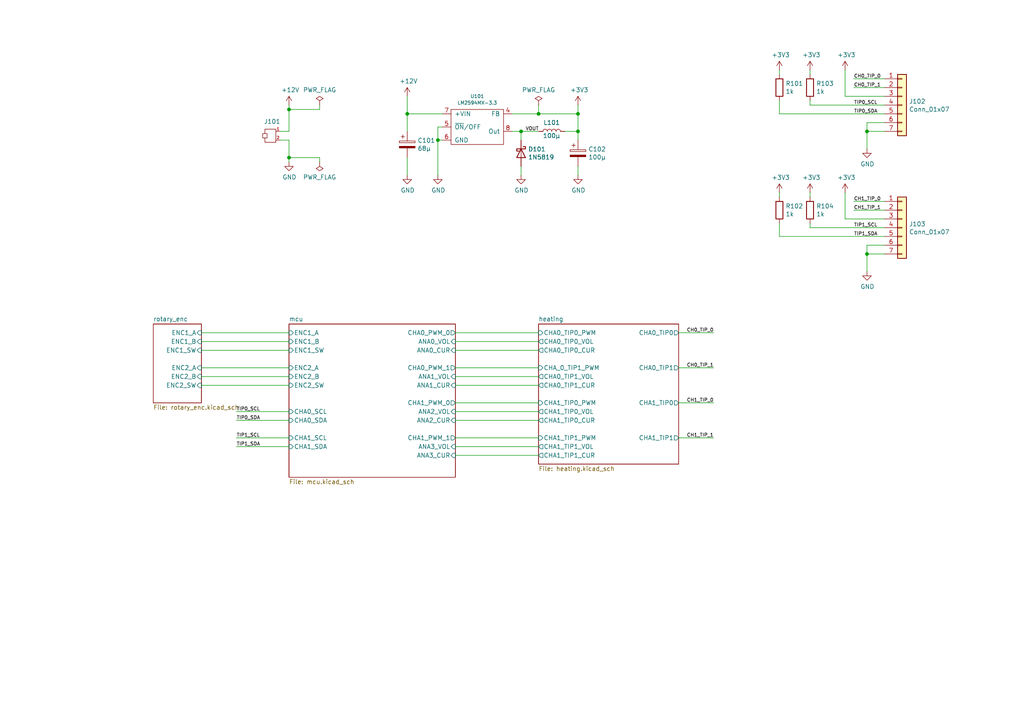
<source format=kicad_sch>
(kicad_sch (version 20211123) (generator eeschema)

  (uuid c094494a-f6f7-43fc-a007-4951484ddf3a)

  (paper "A4")

  (lib_symbols
    (symbol "Connector_Generic:Conn_01x07" (pin_names (offset 1.016) hide) (in_bom yes) (on_board yes)
      (property "Reference" "J" (id 0) (at 0 10.16 0)
        (effects (font (size 1.27 1.27)))
      )
      (property "Value" "Conn_01x07" (id 1) (at 0 -10.16 0)
        (effects (font (size 1.27 1.27)))
      )
      (property "Footprint" "" (id 2) (at 0 0 0)
        (effects (font (size 1.27 1.27)) hide)
      )
      (property "Datasheet" "~" (id 3) (at 0 0 0)
        (effects (font (size 1.27 1.27)) hide)
      )
      (property "ki_keywords" "connector" (id 4) (at 0 0 0)
        (effects (font (size 1.27 1.27)) hide)
      )
      (property "ki_description" "Generic connector, single row, 01x07, script generated (kicad-library-utils/schlib/autogen/connector/)" (id 5) (at 0 0 0)
        (effects (font (size 1.27 1.27)) hide)
      )
      (property "ki_fp_filters" "Connector*:*_1x??_*" (id 6) (at 0 0 0)
        (effects (font (size 1.27 1.27)) hide)
      )
      (symbol "Conn_01x07_1_1"
        (rectangle (start -1.27 -7.493) (end 0 -7.747)
          (stroke (width 0.1524) (type default) (color 0 0 0 0))
          (fill (type none))
        )
        (rectangle (start -1.27 -4.953) (end 0 -5.207)
          (stroke (width 0.1524) (type default) (color 0 0 0 0))
          (fill (type none))
        )
        (rectangle (start -1.27 -2.413) (end 0 -2.667)
          (stroke (width 0.1524) (type default) (color 0 0 0 0))
          (fill (type none))
        )
        (rectangle (start -1.27 0.127) (end 0 -0.127)
          (stroke (width 0.1524) (type default) (color 0 0 0 0))
          (fill (type none))
        )
        (rectangle (start -1.27 2.667) (end 0 2.413)
          (stroke (width 0.1524) (type default) (color 0 0 0 0))
          (fill (type none))
        )
        (rectangle (start -1.27 5.207) (end 0 4.953)
          (stroke (width 0.1524) (type default) (color 0 0 0 0))
          (fill (type none))
        )
        (rectangle (start -1.27 7.747) (end 0 7.493)
          (stroke (width 0.1524) (type default) (color 0 0 0 0))
          (fill (type none))
        )
        (rectangle (start -1.27 8.89) (end 1.27 -8.89)
          (stroke (width 0.254) (type default) (color 0 0 0 0))
          (fill (type background))
        )
        (pin passive line (at -5.08 7.62 0) (length 3.81)
          (name "Pin_1" (effects (font (size 1.27 1.27))))
          (number "1" (effects (font (size 1.27 1.27))))
        )
        (pin passive line (at -5.08 5.08 0) (length 3.81)
          (name "Pin_2" (effects (font (size 1.27 1.27))))
          (number "2" (effects (font (size 1.27 1.27))))
        )
        (pin passive line (at -5.08 2.54 0) (length 3.81)
          (name "Pin_3" (effects (font (size 1.27 1.27))))
          (number "3" (effects (font (size 1.27 1.27))))
        )
        (pin passive line (at -5.08 0 0) (length 3.81)
          (name "Pin_4" (effects (font (size 1.27 1.27))))
          (number "4" (effects (font (size 1.27 1.27))))
        )
        (pin passive line (at -5.08 -2.54 0) (length 3.81)
          (name "Pin_5" (effects (font (size 1.27 1.27))))
          (number "5" (effects (font (size 1.27 1.27))))
        )
        (pin passive line (at -5.08 -5.08 0) (length 3.81)
          (name "Pin_6" (effects (font (size 1.27 1.27))))
          (number "6" (effects (font (size 1.27 1.27))))
        )
        (pin passive line (at -5.08 -7.62 0) (length 3.81)
          (name "Pin_7" (effects (font (size 1.27 1.27))))
          (number "7" (effects (font (size 1.27 1.27))))
        )
      )
    )
    (symbol "Device:CP" (pin_numbers hide) (pin_names (offset 0.254)) (in_bom yes) (on_board yes)
      (property "Reference" "C" (id 0) (at 0.635 2.54 0)
        (effects (font (size 1.27 1.27)) (justify left))
      )
      (property "Value" "Device_CP" (id 1) (at 0.635 -2.54 0)
        (effects (font (size 1.27 1.27)) (justify left))
      )
      (property "Footprint" "" (id 2) (at 0.9652 -3.81 0)
        (effects (font (size 1.27 1.27)) hide)
      )
      (property "Datasheet" "" (id 3) (at 0 0 0)
        (effects (font (size 1.27 1.27)) hide)
      )
      (property "ki_fp_filters" "CP_*" (id 4) (at 0 0 0)
        (effects (font (size 1.27 1.27)) hide)
      )
      (symbol "CP_0_1"
        (rectangle (start -2.286 0.508) (end 2.286 1.016)
          (stroke (width 0) (type default) (color 0 0 0 0))
          (fill (type none))
        )
        (polyline
          (pts
            (xy -1.778 2.286)
            (xy -0.762 2.286)
          )
          (stroke (width 0) (type default) (color 0 0 0 0))
          (fill (type none))
        )
        (polyline
          (pts
            (xy -1.27 2.794)
            (xy -1.27 1.778)
          )
          (stroke (width 0) (type default) (color 0 0 0 0))
          (fill (type none))
        )
        (rectangle (start 2.286 -0.508) (end -2.286 -1.016)
          (stroke (width 0) (type default) (color 0 0 0 0))
          (fill (type outline))
        )
      )
      (symbol "CP_1_1"
        (pin passive line (at 0 3.81 270) (length 2.794)
          (name "~" (effects (font (size 1.27 1.27))))
          (number "1" (effects (font (size 1.27 1.27))))
        )
        (pin passive line (at 0 -3.81 90) (length 2.794)
          (name "~" (effects (font (size 1.27 1.27))))
          (number "2" (effects (font (size 1.27 1.27))))
        )
      )
    )
    (symbol "Device:L" (pin_numbers hide) (pin_names (offset 1.016) hide) (in_bom yes) (on_board yes)
      (property "Reference" "L" (id 0) (at -1.27 0 90)
        (effects (font (size 1.27 1.27)))
      )
      (property "Value" "L" (id 1) (at 1.905 0 90)
        (effects (font (size 1.27 1.27)))
      )
      (property "Footprint" "" (id 2) (at 0 0 0)
        (effects (font (size 1.27 1.27)) hide)
      )
      (property "Datasheet" "~" (id 3) (at 0 0 0)
        (effects (font (size 1.27 1.27)) hide)
      )
      (property "ki_keywords" "inductor choke coil reactor magnetic" (id 4) (at 0 0 0)
        (effects (font (size 1.27 1.27)) hide)
      )
      (property "ki_description" "Inductor" (id 5) (at 0 0 0)
        (effects (font (size 1.27 1.27)) hide)
      )
      (property "ki_fp_filters" "Choke_* *Coil* Inductor_* L_*" (id 6) (at 0 0 0)
        (effects (font (size 1.27 1.27)) hide)
      )
      (symbol "L_0_1"
        (arc (start 0 -2.54) (mid 0.635 -1.905) (end 0 -1.27)
          (stroke (width 0) (type default) (color 0 0 0 0))
          (fill (type none))
        )
        (arc (start 0 -1.27) (mid 0.635 -0.635) (end 0 0)
          (stroke (width 0) (type default) (color 0 0 0 0))
          (fill (type none))
        )
        (arc (start 0 0) (mid 0.635 0.635) (end 0 1.27)
          (stroke (width 0) (type default) (color 0 0 0 0))
          (fill (type none))
        )
        (arc (start 0 1.27) (mid 0.635 1.905) (end 0 2.54)
          (stroke (width 0) (type default) (color 0 0 0 0))
          (fill (type none))
        )
      )
      (symbol "L_1_1"
        (pin passive line (at 0 3.81 270) (length 1.27)
          (name "1" (effects (font (size 1.27 1.27))))
          (number "1" (effects (font (size 1.27 1.27))))
        )
        (pin passive line (at 0 -3.81 90) (length 1.27)
          (name "2" (effects (font (size 1.27 1.27))))
          (number "2" (effects (font (size 1.27 1.27))))
        )
      )
    )
    (symbol "Device:R" (pin_numbers hide) (pin_names (offset 0)) (in_bom yes) (on_board yes)
      (property "Reference" "R" (id 0) (at 2.032 0 90)
        (effects (font (size 1.27 1.27)))
      )
      (property "Value" "R" (id 1) (at 0 0 90)
        (effects (font (size 1.27 1.27)))
      )
      (property "Footprint" "" (id 2) (at -1.778 0 90)
        (effects (font (size 1.27 1.27)) hide)
      )
      (property "Datasheet" "~" (id 3) (at 0 0 0)
        (effects (font (size 1.27 1.27)) hide)
      )
      (property "ki_keywords" "R res resistor" (id 4) (at 0 0 0)
        (effects (font (size 1.27 1.27)) hide)
      )
      (property "ki_description" "Resistor" (id 5) (at 0 0 0)
        (effects (font (size 1.27 1.27)) hide)
      )
      (property "ki_fp_filters" "R_*" (id 6) (at 0 0 0)
        (effects (font (size 1.27 1.27)) hide)
      )
      (symbol "R_0_1"
        (rectangle (start -1.016 -2.54) (end 1.016 2.54)
          (stroke (width 0.254) (type default) (color 0 0 0 0))
          (fill (type none))
        )
      )
      (symbol "R_1_1"
        (pin passive line (at 0 3.81 270) (length 1.27)
          (name "~" (effects (font (size 1.27 1.27))))
          (number "1" (effects (font (size 1.27 1.27))))
        )
        (pin passive line (at 0 -3.81 90) (length 1.27)
          (name "~" (effects (font (size 1.27 1.27))))
          (number "2" (effects (font (size 1.27 1.27))))
        )
      )
    )
    (symbol "Diode:1N5819" (pin_numbers hide) (pin_names (offset 1.016) hide) (in_bom yes) (on_board yes)
      (property "Reference" "D" (id 0) (at 0 2.54 0)
        (effects (font (size 1.27 1.27)))
      )
      (property "Value" "1N5819" (id 1) (at 0 -2.54 0)
        (effects (font (size 1.27 1.27)))
      )
      (property "Footprint" "Diode_THT:D_DO-41_SOD81_P10.16mm_Horizontal" (id 2) (at 0 -4.445 0)
        (effects (font (size 1.27 1.27)) hide)
      )
      (property "Datasheet" "http://www.vishay.com/docs/88525/1n5817.pdf" (id 3) (at 0 0 0)
        (effects (font (size 1.27 1.27)) hide)
      )
      (property "ki_keywords" "diode Schottky" (id 4) (at 0 0 0)
        (effects (font (size 1.27 1.27)) hide)
      )
      (property "ki_description" "40V 1A Schottky Barrier Rectifier Diode, DO-41" (id 5) (at 0 0 0)
        (effects (font (size 1.27 1.27)) hide)
      )
      (property "ki_fp_filters" "D*DO?41*" (id 6) (at 0 0 0)
        (effects (font (size 1.27 1.27)) hide)
      )
      (symbol "1N5819_0_1"
        (polyline
          (pts
            (xy 1.27 0)
            (xy -1.27 0)
          )
          (stroke (width 0) (type default) (color 0 0 0 0))
          (fill (type none))
        )
        (polyline
          (pts
            (xy 1.27 1.27)
            (xy 1.27 -1.27)
            (xy -1.27 0)
            (xy 1.27 1.27)
          )
          (stroke (width 0.254) (type default) (color 0 0 0 0))
          (fill (type none))
        )
        (polyline
          (pts
            (xy -1.905 0.635)
            (xy -1.905 1.27)
            (xy -1.27 1.27)
            (xy -1.27 -1.27)
            (xy -0.635 -1.27)
            (xy -0.635 -0.635)
          )
          (stroke (width 0.254) (type default) (color 0 0 0 0))
          (fill (type none))
        )
      )
      (symbol "1N5819_1_1"
        (pin passive line (at -3.81 0 0) (length 2.54)
          (name "K" (effects (font (size 1.27 1.27))))
          (number "1" (effects (font (size 1.27 1.27))))
        )
        (pin passive line (at 3.81 0 180) (length 2.54)
          (name "A" (effects (font (size 1.27 1.27))))
          (number "2" (effects (font (size 1.27 1.27))))
        )
      )
    )
    (symbol "power:+12V" (power) (pin_names (offset 0)) (in_bom yes) (on_board yes)
      (property "Reference" "#PWR" (id 0) (at 0 -3.81 0)
        (effects (font (size 1.27 1.27)) hide)
      )
      (property "Value" "+12V" (id 1) (at 0 3.556 0)
        (effects (font (size 1.27 1.27)))
      )
      (property "Footprint" "" (id 2) (at 0 0 0)
        (effects (font (size 1.27 1.27)) hide)
      )
      (property "Datasheet" "" (id 3) (at 0 0 0)
        (effects (font (size 1.27 1.27)) hide)
      )
      (property "ki_keywords" "power-flag" (id 4) (at 0 0 0)
        (effects (font (size 1.27 1.27)) hide)
      )
      (property "ki_description" "Power symbol creates a global label with name \"+12V\"" (id 5) (at 0 0 0)
        (effects (font (size 1.27 1.27)) hide)
      )
      (symbol "+12V_0_1"
        (polyline
          (pts
            (xy -0.762 1.27)
            (xy 0 2.54)
          )
          (stroke (width 0) (type default) (color 0 0 0 0))
          (fill (type none))
        )
        (polyline
          (pts
            (xy 0 0)
            (xy 0 2.54)
          )
          (stroke (width 0) (type default) (color 0 0 0 0))
          (fill (type none))
        )
        (polyline
          (pts
            (xy 0 2.54)
            (xy 0.762 1.27)
          )
          (stroke (width 0) (type default) (color 0 0 0 0))
          (fill (type none))
        )
      )
      (symbol "+12V_1_1"
        (pin power_in line (at 0 0 90) (length 0) hide
          (name "+12V" (effects (font (size 1.27 1.27))))
          (number "1" (effects (font (size 1.27 1.27))))
        )
      )
    )
    (symbol "power:+3V3" (power) (pin_names (offset 0)) (in_bom yes) (on_board yes)
      (property "Reference" "#PWR" (id 0) (at 0 -3.81 0)
        (effects (font (size 1.27 1.27)) hide)
      )
      (property "Value" "+3V3" (id 1) (at 0 3.556 0)
        (effects (font (size 1.27 1.27)))
      )
      (property "Footprint" "" (id 2) (at 0 0 0)
        (effects (font (size 1.27 1.27)) hide)
      )
      (property "Datasheet" "" (id 3) (at 0 0 0)
        (effects (font (size 1.27 1.27)) hide)
      )
      (property "ki_keywords" "power-flag" (id 4) (at 0 0 0)
        (effects (font (size 1.27 1.27)) hide)
      )
      (property "ki_description" "Power symbol creates a global label with name \"+3V3\"" (id 5) (at 0 0 0)
        (effects (font (size 1.27 1.27)) hide)
      )
      (symbol "+3V3_0_1"
        (polyline
          (pts
            (xy -0.762 1.27)
            (xy 0 2.54)
          )
          (stroke (width 0) (type default) (color 0 0 0 0))
          (fill (type none))
        )
        (polyline
          (pts
            (xy 0 0)
            (xy 0 2.54)
          )
          (stroke (width 0) (type default) (color 0 0 0 0))
          (fill (type none))
        )
        (polyline
          (pts
            (xy 0 2.54)
            (xy 0.762 1.27)
          )
          (stroke (width 0) (type default) (color 0 0 0 0))
          (fill (type none))
        )
      )
      (symbol "+3V3_1_1"
        (pin power_in line (at 0 0 90) (length 0) hide
          (name "+3V3" (effects (font (size 1.27 1.27))))
          (number "1" (effects (font (size 1.27 1.27))))
        )
      )
    )
    (symbol "power:GND" (power) (pin_names (offset 0)) (in_bom yes) (on_board yes)
      (property "Reference" "#PWR" (id 0) (at 0 -6.35 0)
        (effects (font (size 1.27 1.27)) hide)
      )
      (property "Value" "GND" (id 1) (at 0 -3.81 0)
        (effects (font (size 1.27 1.27)))
      )
      (property "Footprint" "" (id 2) (at 0 0 0)
        (effects (font (size 1.27 1.27)) hide)
      )
      (property "Datasheet" "" (id 3) (at 0 0 0)
        (effects (font (size 1.27 1.27)) hide)
      )
      (property "ki_keywords" "power-flag" (id 4) (at 0 0 0)
        (effects (font (size 1.27 1.27)) hide)
      )
      (property "ki_description" "Power symbol creates a global label with name \"GND\" , ground" (id 5) (at 0 0 0)
        (effects (font (size 1.27 1.27)) hide)
      )
      (symbol "GND_0_1"
        (polyline
          (pts
            (xy 0 0)
            (xy 0 -1.27)
            (xy 1.27 -1.27)
            (xy 0 -2.54)
            (xy -1.27 -1.27)
            (xy 0 -1.27)
          )
          (stroke (width 0) (type default) (color 0 0 0 0))
          (fill (type none))
        )
      )
      (symbol "GND_1_1"
        (pin power_in line (at 0 0 270) (length 0) hide
          (name "GND" (effects (font (size 1.27 1.27))))
          (number "1" (effects (font (size 1.27 1.27))))
        )
      )
    )
    (symbol "power:PWR_FLAG" (power) (pin_numbers hide) (pin_names (offset 0) hide) (in_bom yes) (on_board yes)
      (property "Reference" "#FLG" (id 0) (at 0 1.905 0)
        (effects (font (size 1.27 1.27)) hide)
      )
      (property "Value" "PWR_FLAG" (id 1) (at 0 3.81 0)
        (effects (font (size 1.27 1.27)))
      )
      (property "Footprint" "" (id 2) (at 0 0 0)
        (effects (font (size 1.27 1.27)) hide)
      )
      (property "Datasheet" "~" (id 3) (at 0 0 0)
        (effects (font (size 1.27 1.27)) hide)
      )
      (property "ki_keywords" "power-flag" (id 4) (at 0 0 0)
        (effects (font (size 1.27 1.27)) hide)
      )
      (property "ki_description" "Special symbol for telling ERC where power comes from" (id 5) (at 0 0 0)
        (effects (font (size 1.27 1.27)) hide)
      )
      (symbol "PWR_FLAG_0_0"
        (pin power_out line (at 0 0 90) (length 0)
          (name "pwr" (effects (font (size 1.27 1.27))))
          (number "1" (effects (font (size 1.27 1.27))))
        )
      )
      (symbol "PWR_FLAG_0_1"
        (polyline
          (pts
            (xy 0 0)
            (xy 0 1.27)
            (xy -1.016 1.905)
            (xy 0 2.54)
            (xy 1.016 1.905)
            (xy 0 1.27)
          )
          (stroke (width 0) (type default) (color 0 0 0 0))
          (fill (type none))
        )
      )
    )
    (symbol "solder_station:CON_ULTRAFIT" (pin_names (offset 1.016)) (in_bom yes) (on_board yes)
      (property "Reference" "J" (id 0) (at 0 5.08 0)
        (effects (font (size 1.27 1.27)))
      )
      (property "Value" "CON_ULTRAFIT" (id 1) (at 0 -3.175 0)
        (effects (font (size 1.27 1.27)))
      )
      (property "Footprint" "" (id 2) (at 0 0 0)
        (effects (font (size 1.27 1.27)) hide)
      )
      (property "Datasheet" "" (id 3) (at 0 0 0)
        (effects (font (size 1.27 1.27)) hide)
      )
      (symbol "CON_ULTRAFIT_0_1"
        (polyline
          (pts
            (xy -0.635 3.175)
            (xy -0.635 2.54)
            (xy 0.635 2.54)
            (xy 0.635 3.175)
          )
          (stroke (width 0) (type default) (color 0 0 0 0))
          (fill (type none))
        )
        (polyline
          (pts
            (xy 0 0)
            (xy 1.905 0)
            (xy 1.905 1.905)
            (xy 1.905 3.175)
            (xy 0.635 3.175)
            (xy 0.635 3.81)
            (xy -0.635 3.81)
            (xy -0.635 3.175)
            (xy -1.905 3.175)
            (xy -1.905 0)
            (xy 0 0)
          )
          (stroke (width 0) (type default) (color 0 0 0 0))
          (fill (type none))
        )
      )
      (symbol "CON_ULTRAFIT_1_1"
        (pin passive line (at -1.27 -1.27 90) (length 1.27)
          (name "~" (effects (font (size 1.27 1.27))))
          (number "1" (effects (font (size 0.7874 0.7874))))
        )
        (pin passive line (at 1.27 -1.27 90) (length 1.27)
          (name "~" (effects (font (size 1.27 1.27))))
          (number "2" (effects (font (size 0.7874 0.7874))))
        )
      )
    )
    (symbol "solder_station:LM2594MX-3.3" (pin_names (offset 1.016)) (in_bom yes) (on_board yes)
      (property "Reference" "U" (id 0) (at 0 6.35 0)
        (effects (font (size 0.9906 0.9906)))
      )
      (property "Value" "LM2594MX-3.3" (id 1) (at 2.54 -6.35 0)
        (effects (font (size 0.9906 0.9906)))
      )
      (property "Footprint" "Package_SO:SOIC-8-1EP_3.9x4.9mm_P1.27mm_EP2.95x4.9mm_Mask2.71x3.4mm" (id 2) (at 0 -7.62 0)
        (effects (font (size 0.9906 0.9906)) hide)
      )
      (property "Datasheet" "" (id 3) (at -1.27 0 0)
        (effects (font (size 0.9906 0.9906)) hide)
      )
      (symbol "LM2594MX-3.3_0_1"
        (rectangle (start -7.62 5.08) (end 7.62 -5.08)
          (stroke (width 0) (type default) (color 0 0 0 0))
          (fill (type none))
        )
      )
      (symbol "LM2594MX-3.3_1_1"
        (pin no_connect line (at -3.81 3.81 180) (length 2.54) hide
          (name "~" (effects (font (size 1.27 1.27))))
          (number "1" (effects (font (size 1.27 1.27))))
        )
        (pin no_connect line (at -3.81 2.54 180) (length 2.54) hide
          (name "~" (effects (font (size 1.27 1.27))))
          (number "2" (effects (font (size 1.27 1.27))))
        )
        (pin no_connect line (at -3.81 1.27 180) (length 2.54) hide
          (name "~" (effects (font (size 1.27 1.27))))
          (number "3" (effects (font (size 1.27 1.27))))
        )
        (pin input line (at 10.16 3.81 180) (length 2.54)
          (name "FB" (effects (font (size 1.27 1.27))))
          (number "4" (effects (font (size 1.27 1.27))))
        )
        (pin input line (at -10.16 0 0) (length 2.54)
          (name "~{ON}/OFF" (effects (font (size 1.27 1.27))))
          (number "5" (effects (font (size 1.27 1.27))))
        )
        (pin passive line (at -10.16 -3.81 0) (length 2.54)
          (name "GND" (effects (font (size 1.27 1.27))))
          (number "6" (effects (font (size 1.27 1.27))))
        )
        (pin input line (at -10.16 3.81 0) (length 2.54)
          (name "+VIN" (effects (font (size 1.27 1.27))))
          (number "7" (effects (font (size 1.27 1.27))))
        )
        (pin output line (at 10.16 -1.27 180) (length 2.54)
          (name "Out" (effects (font (size 1.27 1.27))))
          (number "8" (effects (font (size 1.27 1.27))))
        )
      )
    )
  )

  (junction (at 83.82 45.72) (diameter 0) (color 0 0 0 0)
    (uuid 009a4fb4-fcc0-4623-ae5d-c1bae3219583)
  )
  (junction (at 251.46 73.66) (diameter 0) (color 0 0 0 0)
    (uuid 00f3ea8b-8a54-4e56-84ff-d98f6c00496c)
  )
  (junction (at 118.11 33.02) (diameter 0) (color 0 0 0 0)
    (uuid 076046ab-4b56-4060-b8d9-0d80806d0277)
  )
  (junction (at 151.13 38.1) (diameter 0) (color 0 0 0 0)
    (uuid 0f31f11f-c374-4640-b9a4-07bbdba8d354)
  )
  (junction (at 167.64 33.02) (diameter 0) (color 0 0 0 0)
    (uuid 1c68b844-c861-46b7-b734-0242168a4220)
  )
  (junction (at 83.82 31.75) (diameter 0) (color 0 0 0 0)
    (uuid 2dc54bac-8640-4dd7-b8ed-3c7acb01a8ea)
  )
  (junction (at 251.46 38.1) (diameter 0) (color 0 0 0 0)
    (uuid 411d4270-c66c-4318-b7fb-1470d34862b8)
  )
  (junction (at 156.21 33.02) (diameter 0) (color 0 0 0 0)
    (uuid 88d2c4b8-79f2-4e8b-9f70-b7e0ed9c70f8)
  )
  (junction (at 127 40.64) (diameter 0) (color 0 0 0 0)
    (uuid b5071759-a4d7-4769-be02-251f23cd4454)
  )
  (junction (at 167.64 38.1) (diameter 0) (color 0 0 0 0)
    (uuid d2d7bea6-0c22-495f-8666-323b30e03150)
  )

  (wire (pts (xy 251.46 73.66) (xy 251.46 78.74))
    (stroke (width 0) (type default) (color 0 0 0 0))
    (uuid 009b5465-0a65-4237-93e7-eb65321eeb18)
  )
  (wire (pts (xy 83.82 129.54) (xy 68.58 129.54))
    (stroke (width 0) (type default) (color 0 0 0 0))
    (uuid 00e38d63-5436-49db-81f5-697421f168fc)
  )
  (wire (pts (xy 167.64 38.1) (xy 163.83 38.1))
    (stroke (width 0) (type default) (color 0 0 0 0))
    (uuid 03c7f780-fc1b-487a-b30d-567d6c09fdc8)
  )
  (wire (pts (xy 256.54 71.12) (xy 251.46 71.12))
    (stroke (width 0) (type default) (color 0 0 0 0))
    (uuid 0520f61d-4522-4301-a3fa-8ed0bf060f69)
  )
  (wire (pts (xy 132.08 111.76) (xy 156.21 111.76))
    (stroke (width 0) (type default) (color 0 0 0 0))
    (uuid 088f77ba-fca9-42b3-876e-a6937267f957)
  )
  (wire (pts (xy 167.64 33.02) (xy 167.64 30.48))
    (stroke (width 0) (type default) (color 0 0 0 0))
    (uuid 0f324b67-75ef-407f-8dbc-3c1fc5c2abba)
  )
  (wire (pts (xy 256.54 27.94) (xy 245.11 27.94))
    (stroke (width 0) (type default) (color 0 0 0 0))
    (uuid 1199146e-a60b-416a-b503-e77d6d2892f9)
  )
  (wire (pts (xy 251.46 38.1) (xy 251.46 43.18))
    (stroke (width 0) (type default) (color 0 0 0 0))
    (uuid 143ed874-a01f-4ced-ba4e-bbb66ddd1f70)
  )
  (wire (pts (xy 83.82 119.38) (xy 68.58 119.38))
    (stroke (width 0) (type default) (color 0 0 0 0))
    (uuid 155b0b7c-70b4-4a26-a550-bac13cab0aa4)
  )
  (wire (pts (xy 234.95 66.04) (xy 256.54 66.04))
    (stroke (width 0) (type default) (color 0 0 0 0))
    (uuid 180245d9-4a3f-4d1b-adcc-b4eafac722e0)
  )
  (wire (pts (xy 151.13 40.64) (xy 151.13 38.1))
    (stroke (width 0) (type default) (color 0 0 0 0))
    (uuid 18b7e157-ae67-48ad-bd7c-9fef6fe45b22)
  )
  (wire (pts (xy 118.11 45.72) (xy 118.11 50.8))
    (stroke (width 0) (type default) (color 0 0 0 0))
    (uuid 19b0959e-a79b-43b2-a5ad-525ced7e9131)
  )
  (wire (pts (xy 58.42 96.52) (xy 83.82 96.52))
    (stroke (width 0) (type default) (color 0 0 0 0))
    (uuid 1fa508ef-df83-4c99-846b-9acf535b3ad9)
  )
  (wire (pts (xy 132.08 129.54) (xy 156.21 129.54))
    (stroke (width 0) (type default) (color 0 0 0 0))
    (uuid 26801cfb-b53b-4a6a-a2f4-5f4986565765)
  )
  (wire (pts (xy 226.06 33.02) (xy 256.54 33.02))
    (stroke (width 0) (type default) (color 0 0 0 0))
    (uuid 29bb7297-26fb-4776-9266-2355d022bab0)
  )
  (wire (pts (xy 83.82 40.64) (xy 83.82 45.72))
    (stroke (width 0) (type default) (color 0 0 0 0))
    (uuid 309b3bff-19c8-41ec-a84d-63399c649f46)
  )
  (wire (pts (xy 83.82 121.92) (xy 68.58 121.92))
    (stroke (width 0) (type default) (color 0 0 0 0))
    (uuid 399fc36a-ed5d-44b5-82f7-c6f83d9acc14)
  )
  (wire (pts (xy 196.85 96.52) (xy 207.01 96.52))
    (stroke (width 0) (type default) (color 0 0 0 0))
    (uuid 3f43d730-2a73-49fe-9672-32428e7f5b49)
  )
  (wire (pts (xy 83.82 38.1) (xy 83.82 31.75))
    (stroke (width 0) (type default) (color 0 0 0 0))
    (uuid 40b14a16-fb82-4b9d-89dd-55cd98abb5cc)
  )
  (wire (pts (xy 256.54 63.5) (xy 245.11 63.5))
    (stroke (width 0) (type default) (color 0 0 0 0))
    (uuid 479331ff-c540-41f4-84e6-b48d65171e59)
  )
  (wire (pts (xy 128.27 40.64) (xy 127 40.64))
    (stroke (width 0) (type default) (color 0 0 0 0))
    (uuid 4b03e854-02fe-44cc-bece-f8268b7cae54)
  )
  (wire (pts (xy 234.95 30.48) (xy 234.95 29.21))
    (stroke (width 0) (type default) (color 0 0 0 0))
    (uuid 4c843bdb-6c9e-40dd-85e2-0567846e18ba)
  )
  (wire (pts (xy 58.42 99.06) (xy 83.82 99.06))
    (stroke (width 0) (type default) (color 0 0 0 0))
    (uuid 4f411f68-04bd-4175-a406-bcaa4cf6601e)
  )
  (wire (pts (xy 132.08 106.68) (xy 156.21 106.68))
    (stroke (width 0) (type default) (color 0 0 0 0))
    (uuid 593b8647-0095-46cc-ba23-3cf2a86edb5e)
  )
  (wire (pts (xy 92.71 31.75) (xy 92.71 30.48))
    (stroke (width 0) (type default) (color 0 0 0 0))
    (uuid 5edcefbe-9766-42c8-9529-28d0ec865573)
  )
  (wire (pts (xy 156.21 38.1) (xy 151.13 38.1))
    (stroke (width 0) (type default) (color 0 0 0 0))
    (uuid 5fc9acb6-6dbb-4598-825b-4b9e7c4c67c4)
  )
  (wire (pts (xy 132.08 116.84) (xy 156.21 116.84))
    (stroke (width 0) (type default) (color 0 0 0 0))
    (uuid 60aa0ce8-9d0e-48ca-bbf9-866403979e9b)
  )
  (wire (pts (xy 92.71 46.99) (xy 92.71 45.72))
    (stroke (width 0) (type default) (color 0 0 0 0))
    (uuid 658dad07-97fd-466c-8b49-21892ac96ea4)
  )
  (wire (pts (xy 156.21 96.52) (xy 132.08 96.52))
    (stroke (width 0) (type default) (color 0 0 0 0))
    (uuid 6e435cd4-da2b-4602-a0aa-5dd988834dff)
  )
  (wire (pts (xy 58.42 111.76) (xy 83.82 111.76))
    (stroke (width 0) (type default) (color 0 0 0 0))
    (uuid 6f675e5f-8fe6-4148-baf1-da97afc770f8)
  )
  (wire (pts (xy 132.08 121.92) (xy 156.21 121.92))
    (stroke (width 0) (type default) (color 0 0 0 0))
    (uuid 6f80f798-dc24-438f-a1eb-4ee2936267c8)
  )
  (wire (pts (xy 234.95 20.32) (xy 234.95 21.59))
    (stroke (width 0) (type default) (color 0 0 0 0))
    (uuid 6ffdf05e-e119-49f9-85e9-13e4901df42a)
  )
  (wire (pts (xy 132.08 109.22) (xy 156.21 109.22))
    (stroke (width 0) (type default) (color 0 0 0 0))
    (uuid 71989e06-8659-4605-b2da-4f729cc41263)
  )
  (wire (pts (xy 256.54 38.1) (xy 251.46 38.1))
    (stroke (width 0) (type default) (color 0 0 0 0))
    (uuid 71f92193-19b0-44ed-bc7f-77535083d769)
  )
  (wire (pts (xy 234.95 30.48) (xy 256.54 30.48))
    (stroke (width 0) (type default) (color 0 0 0 0))
    (uuid 72b36951-3ec7-4569-9c88-cf9b4afe1cae)
  )
  (wire (pts (xy 127 36.83) (xy 128.27 36.83))
    (stroke (width 0) (type default) (color 0 0 0 0))
    (uuid 752417ee-7d0b-4ac8-a22c-26669881a2ab)
  )
  (wire (pts (xy 256.54 35.56) (xy 251.46 35.56))
    (stroke (width 0) (type default) (color 0 0 0 0))
    (uuid 795e68e2-c9ba-45cf-9bff-89b8fae05b5a)
  )
  (wire (pts (xy 118.11 38.1) (xy 118.11 33.02))
    (stroke (width 0) (type default) (color 0 0 0 0))
    (uuid 7c04618d-9115-4179-b234-a8faf854ea92)
  )
  (wire (pts (xy 148.59 33.02) (xy 156.21 33.02))
    (stroke (width 0) (type default) (color 0 0 0 0))
    (uuid 8195a7cf-4576-44dd-9e0e-ee048fdb93dd)
  )
  (wire (pts (xy 226.06 57.15) (xy 226.06 55.88))
    (stroke (width 0) (type default) (color 0 0 0 0))
    (uuid 8458d41c-5d62-455d-b6e1-9f718c0faac9)
  )
  (wire (pts (xy 83.82 45.72) (xy 92.71 45.72))
    (stroke (width 0) (type default) (color 0 0 0 0))
    (uuid 8c0807a7-765b-4fa5-baaa-e09a2b610e6b)
  )
  (wire (pts (xy 234.95 55.88) (xy 234.95 57.15))
    (stroke (width 0) (type default) (color 0 0 0 0))
    (uuid 8de2d84c-ff45-4d4f-bc49-c166f6ae6b91)
  )
  (wire (pts (xy 58.42 101.6) (xy 83.82 101.6))
    (stroke (width 0) (type default) (color 0 0 0 0))
    (uuid 8fc062a7-114d-48eb-a8f8-71128838f380)
  )
  (wire (pts (xy 251.46 35.56) (xy 251.46 38.1))
    (stroke (width 0) (type default) (color 0 0 0 0))
    (uuid 8fcec304-c6b1-4655-8326-beacd0476953)
  )
  (wire (pts (xy 58.42 106.68) (xy 83.82 106.68))
    (stroke (width 0) (type default) (color 0 0 0 0))
    (uuid 917920ab-0c6e-4927-974d-ef342cdd4f63)
  )
  (wire (pts (xy 196.85 106.68) (xy 207.01 106.68))
    (stroke (width 0) (type default) (color 0 0 0 0))
    (uuid 9186dae5-6dc3-4744-9f90-e697559c6ac8)
  )
  (wire (pts (xy 83.82 46.99) (xy 83.82 45.72))
    (stroke (width 0) (type default) (color 0 0 0 0))
    (uuid 91c1eb0a-67ae-4ef0-95ce-d060a03a7313)
  )
  (wire (pts (xy 234.95 64.77) (xy 234.95 66.04))
    (stroke (width 0) (type default) (color 0 0 0 0))
    (uuid 935057d5-6882-4c15-9a35-54677912ba12)
  )
  (wire (pts (xy 256.54 25.4) (xy 247.65 25.4))
    (stroke (width 0) (type default) (color 0 0 0 0))
    (uuid 98b00c9d-9188-4bce-aa70-92d12dd9cf82)
  )
  (wire (pts (xy 245.11 27.94) (xy 245.11 20.32))
    (stroke (width 0) (type default) (color 0 0 0 0))
    (uuid 997c2f12-73ba-4c01-9ee0-42e37cbab790)
  )
  (wire (pts (xy 151.13 38.1) (xy 148.59 38.1))
    (stroke (width 0) (type default) (color 0 0 0 0))
    (uuid 998b7fa5-31a5-472e-9572-49d5226d6098)
  )
  (wire (pts (xy 156.21 101.6) (xy 132.08 101.6))
    (stroke (width 0) (type default) (color 0 0 0 0))
    (uuid 9a0b74a5-4879-4b51-8e8e-6d85a0107422)
  )
  (wire (pts (xy 256.54 22.86) (xy 247.65 22.86))
    (stroke (width 0) (type default) (color 0 0 0 0))
    (uuid a24ce0e2-fdd3-4e6a-b754-5dee9713dd27)
  )
  (wire (pts (xy 156.21 33.02) (xy 167.64 33.02))
    (stroke (width 0) (type default) (color 0 0 0 0))
    (uuid a7531a95-7ca1-4f34-955e-18120cec99e6)
  )
  (wire (pts (xy 132.08 127) (xy 156.21 127))
    (stroke (width 0) (type default) (color 0 0 0 0))
    (uuid aa79024d-ca7e-4c24-b127-7df08bbd0c75)
  )
  (wire (pts (xy 256.54 58.42) (xy 247.65 58.42))
    (stroke (width 0) (type default) (color 0 0 0 0))
    (uuid afd38b10-2eca-4abe-aed1-a96fb07ffdbe)
  )
  (wire (pts (xy 118.11 33.02) (xy 118.11 27.94))
    (stroke (width 0) (type default) (color 0 0 0 0))
    (uuid b0271cdd-de22-4bf4-8f55-fc137cfbd4ec)
  )
  (wire (pts (xy 167.64 40.64) (xy 167.64 38.1))
    (stroke (width 0) (type default) (color 0 0 0 0))
    (uuid b873bc5d-a9af-4bd9-afcb-87ce4d417120)
  )
  (wire (pts (xy 256.54 73.66) (xy 251.46 73.66))
    (stroke (width 0) (type default) (color 0 0 0 0))
    (uuid bc0dbc57-3ae8-4ce5-a05c-2d6003bba475)
  )
  (wire (pts (xy 81.28 40.64) (xy 83.82 40.64))
    (stroke (width 0) (type default) (color 0 0 0 0))
    (uuid bd9595a1-04f3-4fda-8f1b-e65ad874edd3)
  )
  (wire (pts (xy 81.28 38.1) (xy 83.82 38.1))
    (stroke (width 0) (type default) (color 0 0 0 0))
    (uuid be645d0f-8568-47a0-a152-e3ddd33563eb)
  )
  (wire (pts (xy 167.64 48.26) (xy 167.64 50.8))
    (stroke (width 0) (type default) (color 0 0 0 0))
    (uuid c04386e0-b49e-4fff-b380-675af13a62cb)
  )
  (wire (pts (xy 83.82 31.75) (xy 92.71 31.75))
    (stroke (width 0) (type default) (color 0 0 0 0))
    (uuid c09938fd-06b9-4771-9f63-2311626243b3)
  )
  (wire (pts (xy 226.06 21.59) (xy 226.06 20.32))
    (stroke (width 0) (type default) (color 0 0 0 0))
    (uuid c4cab9c5-d6e5-4660-b910-603a51b56783)
  )
  (wire (pts (xy 251.46 71.12) (xy 251.46 73.66))
    (stroke (width 0) (type default) (color 0 0 0 0))
    (uuid c8b92953-cd23-44e6-85ce-083fb8c3f20f)
  )
  (wire (pts (xy 256.54 60.96) (xy 247.65 60.96))
    (stroke (width 0) (type default) (color 0 0 0 0))
    (uuid c8fd9dd3-06ad-4146-9239-0065013959ef)
  )
  (wire (pts (xy 127 40.64) (xy 127 50.8))
    (stroke (width 0) (type default) (color 0 0 0 0))
    (uuid cada57e2-1fa7-4b9d-a2a0-2218773d5c50)
  )
  (wire (pts (xy 245.11 63.5) (xy 245.11 55.88))
    (stroke (width 0) (type default) (color 0 0 0 0))
    (uuid cc15f583-a41b-43af-ba94-a75455506a96)
  )
  (wire (pts (xy 83.82 31.75) (xy 83.82 30.48))
    (stroke (width 0) (type default) (color 0 0 0 0))
    (uuid cf386a39-fc62-49dd-8ec5-e044f6bd67ce)
  )
  (wire (pts (xy 58.42 109.22) (xy 83.82 109.22))
    (stroke (width 0) (type default) (color 0 0 0 0))
    (uuid d69a5fdf-de15-4ec9-94f6-f9ee2f4b69fa)
  )
  (wire (pts (xy 226.06 64.77) (xy 226.06 68.58))
    (stroke (width 0) (type default) (color 0 0 0 0))
    (uuid e091e263-c616-48ef-a460-465c70218987)
  )
  (wire (pts (xy 156.21 30.48) (xy 156.21 33.02))
    (stroke (width 0) (type default) (color 0 0 0 0))
    (uuid e1c30a32-820e-4b17-aec9-5cb8b76f0ccc)
  )
  (wire (pts (xy 127 36.83) (xy 127 40.64))
    (stroke (width 0) (type default) (color 0 0 0 0))
    (uuid e4d2f565-25a0-48c6-be59-f4bf31ad2558)
  )
  (wire (pts (xy 151.13 48.26) (xy 151.13 50.8))
    (stroke (width 0) (type default) (color 0 0 0 0))
    (uuid e502d1d5-04b0-4d4b-b5c3-8c52d09668e7)
  )
  (wire (pts (xy 118.11 33.02) (xy 128.27 33.02))
    (stroke (width 0) (type default) (color 0 0 0 0))
    (uuid e67b9f8c-019b-4145-98a4-96545f6bb128)
  )
  (wire (pts (xy 167.64 33.02) (xy 167.64 38.1))
    (stroke (width 0) (type default) (color 0 0 0 0))
    (uuid e7bb7815-0d52-4bb8-b29a-8cf960bd2905)
  )
  (wire (pts (xy 132.08 99.06) (xy 156.21 99.06))
    (stroke (width 0) (type default) (color 0 0 0 0))
    (uuid eae14f5f-515c-4a6f-ad0e-e8ef233d14bf)
  )
  (wire (pts (xy 226.06 33.02) (xy 226.06 29.21))
    (stroke (width 0) (type default) (color 0 0 0 0))
    (uuid eb8d02e9-145c-465d-b6a8-bae84d47a94b)
  )
  (wire (pts (xy 196.85 116.84) (xy 207.01 116.84))
    (stroke (width 0) (type default) (color 0 0 0 0))
    (uuid f1a9fb80-4cc4-410f-9616-e19c969dcab5)
  )
  (wire (pts (xy 132.08 119.38) (xy 156.21 119.38))
    (stroke (width 0) (type default) (color 0 0 0 0))
    (uuid f66398f1-1ae7-4d4d-939f-958c174c6bce)
  )
  (wire (pts (xy 156.21 132.08) (xy 132.08 132.08))
    (stroke (width 0) (type default) (color 0 0 0 0))
    (uuid f78e02cd-9600-4173-be8d-67e530b5d19f)
  )
  (wire (pts (xy 226.06 68.58) (xy 256.54 68.58))
    (stroke (width 0) (type default) (color 0 0 0 0))
    (uuid f8f3a9fc-1e34-4573-a767-508104e8d242)
  )
  (wire (pts (xy 83.82 127) (xy 68.58 127))
    (stroke (width 0) (type default) (color 0 0 0 0))
    (uuid fbe8ebfc-2a8e-4eb8-85c5-38ddeaa5dd00)
  )
  (wire (pts (xy 196.85 127) (xy 207.01 127))
    (stroke (width 0) (type default) (color 0 0 0 0))
    (uuid fea7c5d1-76d6-41a0-b5e3-29889dbb8ce0)
  )

  (label "VOUT" (at 152.4 38.1 0)
    (effects (font (size 0.9906 0.9906)) (justify left bottom))
    (uuid 1171ce37-6ad7-4662-bb68-5592c945ebf3)
  )
  (label "CH0_TIP_1" (at 247.65 25.4 0)
    (effects (font (size 0.9906 0.9906)) (justify left bottom))
    (uuid 16121028-bdf5-49c0-aae7-e28fe5bfa771)
  )
  (label "TIP0_SDA" (at 68.58 121.92 0)
    (effects (font (size 0.9906 0.9906)) (justify left bottom))
    (uuid 38a501e2-0ee8-439d-bd02-e9e90e7503e9)
  )
  (label "CH1_TIP_1" (at 207.01 127 180)
    (effects (font (size 0.9906 0.9906)) (justify right bottom))
    (uuid 4db55cb8-197b-4402-871f-ce582b65664b)
  )
  (label "CH1_TIP_1" (at 247.65 60.96 0)
    (effects (font (size 0.9906 0.9906)) (justify left bottom))
    (uuid 6bd115d6-07e0-45db-8f2e-3cbb0429104f)
  )
  (label "TIP0_SCL" (at 68.58 119.38 0)
    (effects (font (size 0.9906 0.9906)) (justify left bottom))
    (uuid 70e4263f-d95a-4431-b3f3-cfc800c82056)
  )
  (label "CH0_TIP_0" (at 207.01 96.52 180)
    (effects (font (size 0.9906 0.9906)) (justify right bottom))
    (uuid 9031bb33-c6aa-4758-bf5c-3274ed3ebab7)
  )
  (label "TIP0_SCL" (at 247.65 30.48 0)
    (effects (font (size 0.9906 0.9906)) (justify left bottom))
    (uuid 97fe2a5c-4eee-4c7a-9c43-47749b396494)
  )
  (label "CH1_TIP_0" (at 207.01 116.84 180)
    (effects (font (size 0.9906 0.9906)) (justify right bottom))
    (uuid 9aedbb9e-8340-4899-b813-05b23382a36b)
  )
  (label "TIP1_SCL" (at 68.58 127 0)
    (effects (font (size 0.9906 0.9906)) (justify left bottom))
    (uuid c0c2eb8e-f6d1-4506-8e6b-4f995ad74c1f)
  )
  (label "TIP1_SDA" (at 247.65 68.58 0)
    (effects (font (size 0.9906 0.9906)) (justify left bottom))
    (uuid c3c499b1-9227-4e4b-9982-f9f1aa6203b9)
  )
  (label "TIP0_SDA" (at 247.65 33.02 0)
    (effects (font (size 0.9906 0.9906)) (justify left bottom))
    (uuid ce72ea62-9343-4a4f-81bf-8ac601f5d005)
  )
  (label "CH1_TIP_0" (at 247.65 58.42 0)
    (effects (font (size 0.9906 0.9906)) (justify left bottom))
    (uuid d0a0deb1-4f0f-4ede-b730-2c6d67cb9618)
  )
  (label "CH0_TIP_0" (at 247.65 22.86 0)
    (effects (font (size 0.9906 0.9906)) (justify left bottom))
    (uuid e97b5984-9f0f-43a4-9b8a-838eef4cceb2)
  )
  (label "TIP1_SDA" (at 68.58 129.54 0)
    (effects (font (size 0.9906 0.9906)) (justify left bottom))
    (uuid f9c81c26-f253-4227-a69f-53e64841cfbe)
  )
  (label "CH0_TIP_1" (at 207.01 106.68 180)
    (effects (font (size 0.9906 0.9906)) (justify right bottom))
    (uuid fa918b6d-f6cf-4471-be3b-4ff713f55a2e)
  )
  (label "TIP1_SCL" (at 247.65 66.04 0)
    (effects (font (size 0.9906 0.9906)) (justify left bottom))
    (uuid fb30f9bb-6a0b-4d8a-82b0-266eab794bc6)
  )

  (symbol (lib_id "Diode:1N5819") (at 151.13 44.45 270) (unit 1)
    (in_bom yes) (on_board yes)
    (uuid 00000000-0000-0000-0000-00005fd0a8a1)
    (property "Reference" "D101" (id 0) (at 153.162 43.2816 90)
      (effects (font (size 1.27 1.27)) (justify left))
    )
    (property "Value" "1N5819" (id 1) (at 153.162 45.593 90)
      (effects (font (size 1.27 1.27)) (justify left))
    )
    (property "Footprint" "Diode_SMD:D_SOD-123" (id 2) (at 146.685 44.45 0)
      (effects (font (size 1.27 1.27)) hide)
    )
    (property "Datasheet" "http://www.vishay.com/docs/88525/1n5817.pdf" (id 3) (at 151.13 44.45 0)
      (effects (font (size 1.27 1.27)) hide)
    )
    (property "Digikey" "1N5819HW-FDICT-ND" (id 4) (at 151.13 44.45 90)
      (effects (font (size 1.27 1.27)) hide)
    )
    (pin "1" (uuid 4a4bb88d-eb7f-4f94-b5bb-476800c8ca4a))
    (pin "2" (uuid a2433216-b45a-40a6-bfcc-efbce5d81246))
  )

  (symbol (lib_id "solder_station:LM2594MX-3.3") (at 138.43 36.83 0) (unit 1)
    (in_bom yes) (on_board yes)
    (uuid 00000000-0000-0000-0000-00005fd1168c)
    (property "Reference" "U101" (id 0) (at 138.43 27.9146 0)
      (effects (font (size 0.9906 0.9906)))
    )
    (property "Value" "LM2594MX-3.3" (id 1) (at 138.43 29.8196 0)
      (effects (font (size 0.9906 0.9906)))
    )
    (property "Footprint" "Package_SO:SOIC-8-1EP_3.9x4.9mm_P1.27mm_EP2.95x4.9mm_Mask2.71x3.4mm" (id 2) (at 138.43 44.45 0)
      (effects (font (size 0.9906 0.9906)) hide)
    )
    (property "Datasheet" "" (id 3) (at 137.16 36.83 0)
      (effects (font (size 0.9906 0.9906)) hide)
    )
    (property "Digikey" "LM2594MX-3.3/NOPBCT-ND" (id 4) (at 138.43 36.83 0)
      (effects (font (size 1.27 1.27)) hide)
    )
    (pin "1" (uuid 09b31d66-ab63-40c4-ba60-433d08ad67c3))
    (pin "2" (uuid 11040e2c-48c3-4f50-a6e0-d5a89f1c2a43))
    (pin "3" (uuid 669a3491-361c-49f0-880c-452ff07f27cd))
    (pin "4" (uuid 857f8112-17b0-481b-a66e-665f5acf69d6))
    (pin "5" (uuid 47ef03f9-abe7-4dec-bd0c-1ee53cf4b367))
    (pin "6" (uuid 509aba1a-a748-4ee8-be9f-25e991ba7ce0))
    (pin "7" (uuid 912e4396-0a04-46db-9887-a7d7c9608031))
    (pin "8" (uuid 52415b4c-a2c3-4381-85bd-8dc74b451211))
  )

  (symbol (lib_id "power:+3V3") (at 167.64 30.48 0) (unit 1)
    (in_bom yes) (on_board yes)
    (uuid 00000000-0000-0000-0000-00005fd1546a)
    (property "Reference" "#PWR0107" (id 0) (at 167.64 34.29 0)
      (effects (font (size 1.27 1.27)) hide)
    )
    (property "Value" "+3V3" (id 1) (at 168.021 26.0858 0))
    (property "Footprint" "" (id 2) (at 167.64 30.48 0)
      (effects (font (size 1.27 1.27)) hide)
    )
    (property "Datasheet" "" (id 3) (at 167.64 30.48 0)
      (effects (font (size 1.27 1.27)) hide)
    )
    (pin "1" (uuid 31469f38-094e-49fd-8d31-f1f1d2def3b6))
  )

  (symbol (lib_id "power:GND") (at 83.82 46.99 0) (unit 1)
    (in_bom yes) (on_board yes)
    (uuid 00000000-0000-0000-0000-00005fd15cf7)
    (property "Reference" "#PWR0102" (id 0) (at 83.82 53.34 0)
      (effects (font (size 1.27 1.27)) hide)
    )
    (property "Value" "GND" (id 1) (at 83.947 51.3842 0))
    (property "Footprint" "" (id 2) (at 83.82 46.99 0)
      (effects (font (size 1.27 1.27)) hide)
    )
    (property "Datasheet" "" (id 3) (at 83.82 46.99 0)
      (effects (font (size 1.27 1.27)) hide)
    )
    (pin "1" (uuid 2c40785a-e739-4290-9e47-5e42d319a26a))
  )

  (symbol (lib_id "power:+12V") (at 83.82 30.48 0) (unit 1)
    (in_bom yes) (on_board yes)
    (uuid 00000000-0000-0000-0000-00005fd16e71)
    (property "Reference" "#PWR0101" (id 0) (at 83.82 34.29 0)
      (effects (font (size 1.27 1.27)) hide)
    )
    (property "Value" "+12V" (id 1) (at 84.201 26.0858 0))
    (property "Footprint" "" (id 2) (at 83.82 30.48 0)
      (effects (font (size 1.27 1.27)) hide)
    )
    (property "Datasheet" "" (id 3) (at 83.82 30.48 0)
      (effects (font (size 1.27 1.27)) hide)
    )
    (pin "1" (uuid 621c917b-1a82-4dcb-a5da-e940ddd6ce2d))
  )

  (symbol (lib_id "Device:CP") (at 118.11 41.91 0) (unit 1)
    (in_bom yes) (on_board yes)
    (uuid 00000000-0000-0000-0000-00005fd18b6b)
    (property "Reference" "C101" (id 0) (at 121.1072 40.7416 0)
      (effects (font (size 1.27 1.27)) (justify left))
    )
    (property "Value" "68µ" (id 1) (at 121.1072 43.053 0)
      (effects (font (size 1.27 1.27)) (justify left))
    )
    (property "Footprint" "Capacitor_Tantalum_SMD:CP_EIA-7343-30_AVX-N" (id 2) (at 119.0752 45.72 0)
      (effects (font (size 1.27 1.27)) hide)
    )
    (property "Datasheet" "~" (id 3) (at 118.11 41.91 0)
      (effects (font (size 1.27 1.27)) hide)
    )
    (property "Digikey" "478-11114-1-ND" (id 4) (at 118.11 41.91 0)
      (effects (font (size 1.27 1.27)) hide)
    )
    (pin "1" (uuid 859b8b07-337d-4023-9111-89250a1ddd8f))
    (pin "2" (uuid 8d7c07c6-98ae-4bf3-8daf-1e56369039ce))
  )

  (symbol (lib_id "Device:CP") (at 167.64 44.45 0) (unit 1)
    (in_bom yes) (on_board yes)
    (uuid 00000000-0000-0000-0000-00005fd1958f)
    (property "Reference" "C102" (id 0) (at 170.6372 43.2816 0)
      (effects (font (size 1.27 1.27)) (justify left))
    )
    (property "Value" "100µ" (id 1) (at 170.6372 45.593 0)
      (effects (font (size 1.27 1.27)) (justify left))
    )
    (property "Footprint" "Capacitor_Tantalum_SMD:CP_EIA-7343-30_AVX-N" (id 2) (at 168.6052 48.26 0)
      (effects (font (size 1.27 1.27)) hide)
    )
    (property "Datasheet" "~" (id 3) (at 167.64 44.45 0)
      (effects (font (size 1.27 1.27)) hide)
    )
    (property "Digikey" "478-9140-1-ND" (id 4) (at 167.64 44.45 0)
      (effects (font (size 1.27 1.27)) hide)
    )
    (pin "1" (uuid 1f320a5a-66b7-4b05-8790-dfb51c3fb586))
    (pin "2" (uuid b8161e8d-59bb-43f0-870f-b0ab9e979253))
  )

  (symbol (lib_id "Device:L") (at 160.02 38.1 90) (unit 1)
    (in_bom yes) (on_board yes)
    (uuid 00000000-0000-0000-0000-00005fd1ab63)
    (property "Reference" "L101" (id 0) (at 160.02 35.56 90))
    (property "Value" "100µ" (id 1) (at 160.02 39.37 90))
    (property "Footprint" "solder_station:L_Bourns_SRR0735A" (id 2) (at 160.02 38.1 0)
      (effects (font (size 1.27 1.27)) hide)
    )
    (property "Datasheet" "~" (id 3) (at 160.02 38.1 0)
      (effects (font (size 1.27 1.27)) hide)
    )
    (property "Digikey" "SRR0735A-101MCT-ND" (id 4) (at 160.02 38.1 90)
      (effects (font (size 1.27 1.27)) hide)
    )
    (pin "1" (uuid 4605d9d8-a331-4bda-af00-7829a778d705))
    (pin "2" (uuid 91ca4295-72b7-462a-98da-bb902c213485))
  )

  (symbol (lib_id "power:GND") (at 118.11 50.8 0) (unit 1)
    (in_bom yes) (on_board yes)
    (uuid 00000000-0000-0000-0000-00005fd1e5ed)
    (property "Reference" "#PWR0104" (id 0) (at 118.11 57.15 0)
      (effects (font (size 1.27 1.27)) hide)
    )
    (property "Value" "GND" (id 1) (at 118.237 55.1942 0))
    (property "Footprint" "" (id 2) (at 118.11 50.8 0)
      (effects (font (size 1.27 1.27)) hide)
    )
    (property "Datasheet" "" (id 3) (at 118.11 50.8 0)
      (effects (font (size 1.27 1.27)) hide)
    )
    (pin "1" (uuid 38e8ccad-d5b2-4163-94ef-15ad7f929015))
  )

  (symbol (lib_id "power:GND") (at 127 50.8 0) (unit 1)
    (in_bom yes) (on_board yes)
    (uuid 00000000-0000-0000-0000-00005fd1ebee)
    (property "Reference" "#PWR0105" (id 0) (at 127 57.15 0)
      (effects (font (size 1.27 1.27)) hide)
    )
    (property "Value" "GND" (id 1) (at 127.127 55.1942 0))
    (property "Footprint" "" (id 2) (at 127 50.8 0)
      (effects (font (size 1.27 1.27)) hide)
    )
    (property "Datasheet" "" (id 3) (at 127 50.8 0)
      (effects (font (size 1.27 1.27)) hide)
    )
    (pin "1" (uuid c4e50b2d-e7ad-4afe-8c9d-30a8b6d511dd))
  )

  (symbol (lib_id "power:GND") (at 151.13 50.8 0) (unit 1)
    (in_bom yes) (on_board yes)
    (uuid 00000000-0000-0000-0000-00005fd1edee)
    (property "Reference" "#PWR0106" (id 0) (at 151.13 57.15 0)
      (effects (font (size 1.27 1.27)) hide)
    )
    (property "Value" "GND" (id 1) (at 151.257 55.1942 0))
    (property "Footprint" "" (id 2) (at 151.13 50.8 0)
      (effects (font (size 1.27 1.27)) hide)
    )
    (property "Datasheet" "" (id 3) (at 151.13 50.8 0)
      (effects (font (size 1.27 1.27)) hide)
    )
    (pin "1" (uuid 1172170a-9732-440a-bbed-46b7b8e2dc27))
  )

  (symbol (lib_id "power:GND") (at 167.64 50.8 0) (unit 1)
    (in_bom yes) (on_board yes)
    (uuid 00000000-0000-0000-0000-00005fd200c6)
    (property "Reference" "#PWR0108" (id 0) (at 167.64 57.15 0)
      (effects (font (size 1.27 1.27)) hide)
    )
    (property "Value" "GND" (id 1) (at 167.767 55.1942 0))
    (property "Footprint" "" (id 2) (at 167.64 50.8 0)
      (effects (font (size 1.27 1.27)) hide)
    )
    (property "Datasheet" "" (id 3) (at 167.64 50.8 0)
      (effects (font (size 1.27 1.27)) hide)
    )
    (pin "1" (uuid d9676742-f305-4ac7-81fa-d2f4c1f51141))
  )

  (symbol (lib_id "power:PWR_FLAG") (at 156.21 30.48 0) (unit 1)
    (in_bom yes) (on_board yes)
    (uuid 00000000-0000-0000-0000-00005fd225d8)
    (property "Reference" "#FLG0103" (id 0) (at 156.21 28.575 0)
      (effects (font (size 1.27 1.27)) hide)
    )
    (property "Value" "PWR_FLAG" (id 1) (at 156.21 26.0858 0))
    (property "Footprint" "" (id 2) (at 156.21 30.48 0)
      (effects (font (size 1.27 1.27)) hide)
    )
    (property "Datasheet" "~" (id 3) (at 156.21 30.48 0)
      (effects (font (size 1.27 1.27)) hide)
    )
    (pin "1" (uuid 2c02011a-247a-4e5f-b7c9-f735c8012660))
  )

  (symbol (lib_id "solder_station:CON_ULTRAFIT") (at 80.01 39.37 90) (mirror x)
    (in_bom yes) (on_board yes)
    (uuid 00000000-0000-0000-0000-00005fd5fdca)
    (property "Reference" "J101" (id 0) (at 78.9432 35.2552 90))
    (property "Value" "CON_ULTRAFIT" (id 1) (at 78.9432 35.2298 90)
      (effects (font (size 1.27 1.27)) hide)
    )
    (property "Footprint" "solder_station:ULTRAFIT_2_90" (id 2) (at 80.01 39.37 0)
      (effects (font (size 1.27 1.27)) hide)
    )
    (property "Datasheet" "" (id 3) (at 80.01 39.37 0)
      (effects (font (size 1.27 1.27)) hide)
    )
    (property "Digikey" "WM11586-ND" (id 4) (at 80.01 39.37 90)
      (effects (font (size 1.27 1.27)) hide)
    )
    (pin "1" (uuid 46a0a607-6113-4fdf-ba11-cbd5f8cadd3f))
    (pin "2" (uuid a01af284-66a0-416c-9495-20548076d1c3))
  )

  (symbol (lib_id "Connector_Generic:Conn_01x07") (at 261.62 30.48 0)
    (in_bom yes) (on_board yes)
    (uuid 00000000-0000-0000-0000-00005fd6e4c1)
    (property "Reference" "J102" (id 0) (at 263.652 29.4132 0)
      (effects (font (size 1.27 1.27)) (justify left))
    )
    (property "Value" "Conn_01x07" (id 1) (at 263.652 31.7246 0)
      (effects (font (size 1.27 1.27)) (justify left))
    )
    (property "Footprint" "solder_station:NANOFIT_7_90" (id 2) (at 261.62 30.48 0)
      (effects (font (size 1.27 1.27)) hide)
    )
    (property "Datasheet" "~" (id 3) (at 261.62 30.48 0)
      (effects (font (size 1.27 1.27)) hide)
    )
    (property "Digikey" "WM16898-ND" (id 4) (at 261.62 30.48 0)
      (effects (font (size 1.27 1.27)) hide)
    )
    (pin "1" (uuid 9b15c7a1-488b-4b6e-9c8a-b49f8e7d33b6))
    (pin "2" (uuid 68efbe73-4ccb-46b4-955b-5051a545284c))
    (pin "3" (uuid 0234b088-3a85-46b5-a6c3-46a1c1422e77))
    (pin "4" (uuid fe839259-c60d-4b91-93e8-3532389c5946))
    (pin "5" (uuid c62341d9-89b7-4e82-900e-a5a229550d1c))
    (pin "6" (uuid 32d941ca-07e1-47e9-81e5-6cbd94c5e583))
    (pin "7" (uuid 0b5d9c8f-42e0-48a5-9f77-b8b43630972b))
  )

  (symbol (lib_id "Connector_Generic:Conn_01x07") (at 261.62 66.04 0)
    (in_bom yes) (on_board yes)
    (uuid 00000000-0000-0000-0000-00005fd6e4c7)
    (property "Reference" "J103" (id 0) (at 263.652 64.9732 0)
      (effects (font (size 1.27 1.27)) (justify left))
    )
    (property "Value" "Conn_01x07" (id 1) (at 263.652 67.2846 0)
      (effects (font (size 1.27 1.27)) (justify left))
    )
    (property "Footprint" "solder_station:NANOFIT_7_90" (id 2) (at 261.62 66.04 0)
      (effects (font (size 1.27 1.27)) hide)
    )
    (property "Datasheet" "~" (id 3) (at 261.62 66.04 0)
      (effects (font (size 1.27 1.27)) hide)
    )
    (property "Digikey" "WM16898-ND" (id 4) (at 261.62 66.04 0)
      (effects (font (size 1.27 1.27)) hide)
    )
    (pin "1" (uuid fdb9bddc-4f4c-48cb-975f-f919ebc3a92b))
    (pin "2" (uuid 856b970c-59fd-4139-abdf-4de6b01cb97a))
    (pin "3" (uuid aebbb1f6-af4a-4db4-86ab-be1d87eefd03))
    (pin "4" (uuid d2899fd2-1b96-4bb1-9327-201731d7e9a4))
    (pin "5" (uuid baa284c5-c081-499f-ba0b-2a2f119d1762))
    (pin "6" (uuid d8042280-d334-411c-9a8c-8d1a36548e38))
    (pin "7" (uuid 8de6c70b-2105-42c2-80ad-915cc2d9f064))
  )

  (symbol (lib_id "power:GND") (at 251.46 78.74 0) (unit 1)
    (in_bom yes) (on_board yes)
    (uuid 00000000-0000-0000-0000-00005fe89adc)
    (property "Reference" "#PWR0116" (id 0) (at 251.46 85.09 0)
      (effects (font (size 1.27 1.27)) hide)
    )
    (property "Value" "GND" (id 1) (at 251.587 83.1342 0))
    (property "Footprint" "" (id 2) (at 251.46 78.74 0)
      (effects (font (size 1.27 1.27)) hide)
    )
    (property "Datasheet" "" (id 3) (at 251.46 78.74 0)
      (effects (font (size 1.27 1.27)) hide)
    )
    (pin "1" (uuid eeccc485-c766-455a-b5a0-95866ac76d18))
  )

  (symbol (lib_id "power:GND") (at 251.46 43.18 0) (unit 1)
    (in_bom yes) (on_board yes)
    (uuid 00000000-0000-0000-0000-00005fe8abda)
    (property "Reference" "#PWR0115" (id 0) (at 251.46 49.53 0)
      (effects (font (size 1.27 1.27)) hide)
    )
    (property "Value" "GND" (id 1) (at 251.587 47.5742 0))
    (property "Footprint" "" (id 2) (at 251.46 43.18 0)
      (effects (font (size 1.27 1.27)) hide)
    )
    (property "Datasheet" "" (id 3) (at 251.46 43.18 0)
      (effects (font (size 1.27 1.27)) hide)
    )
    (pin "1" (uuid dd6b3a53-1365-456a-b8de-6bc119fae805))
  )

  (symbol (lib_id "power:+3V3") (at 245.11 55.88 0) (unit 1)
    (in_bom yes) (on_board yes)
    (uuid 00000000-0000-0000-0000-00005fe8f337)
    (property "Reference" "#PWR0114" (id 0) (at 245.11 59.69 0)
      (effects (font (size 1.27 1.27)) hide)
    )
    (property "Value" "+3V3" (id 1) (at 245.491 51.4858 0))
    (property "Footprint" "" (id 2) (at 245.11 55.88 0)
      (effects (font (size 1.27 1.27)) hide)
    )
    (property "Datasheet" "" (id 3) (at 245.11 55.88 0)
      (effects (font (size 1.27 1.27)) hide)
    )
    (pin "1" (uuid 3192efb3-e37a-4387-b247-464d48a0634d))
  )

  (symbol (lib_id "power:+3V3") (at 245.11 20.32 0) (unit 1)
    (in_bom yes) (on_board yes)
    (uuid 00000000-0000-0000-0000-00005fe8fb5b)
    (property "Reference" "#PWR0113" (id 0) (at 245.11 24.13 0)
      (effects (font (size 1.27 1.27)) hide)
    )
    (property "Value" "+3V3" (id 1) (at 245.491 15.9258 0))
    (property "Footprint" "" (id 2) (at 245.11 20.32 0)
      (effects (font (size 1.27 1.27)) hide)
    )
    (property "Datasheet" "" (id 3) (at 245.11 20.32 0)
      (effects (font (size 1.27 1.27)) hide)
    )
    (pin "1" (uuid 180f172c-3a2a-4f31-aef4-bca6a6a2445a))
  )

  (symbol (lib_id "power:+12V") (at 118.11 27.94 0) (unit 1)
    (in_bom yes) (on_board yes)
    (uuid 00000000-0000-0000-0000-00005fef5678)
    (property "Reference" "#PWR0103" (id 0) (at 118.11 31.75 0)
      (effects (font (size 1.27 1.27)) hide)
    )
    (property "Value" "+12V" (id 1) (at 118.491 23.5458 0))
    (property "Footprint" "" (id 2) (at 118.11 27.94 0)
      (effects (font (size 1.27 1.27)) hide)
    )
    (property "Datasheet" "" (id 3) (at 118.11 27.94 0)
      (effects (font (size 1.27 1.27)) hide)
    )
    (pin "1" (uuid 15fcb07b-b465-42d5-8175-624d61c1d734))
  )

  (symbol (lib_id "power:PWR_FLAG") (at 92.71 30.48 0) (unit 1)
    (in_bom yes) (on_board yes)
    (uuid 00000000-0000-0000-0000-00005ff99cf0)
    (property "Reference" "#FLG0101" (id 0) (at 92.71 28.575 0)
      (effects (font (size 1.27 1.27)) hide)
    )
    (property "Value" "PWR_FLAG" (id 1) (at 92.71 26.0858 0))
    (property "Footprint" "" (id 2) (at 92.71 30.48 0)
      (effects (font (size 1.27 1.27)) hide)
    )
    (property "Datasheet" "~" (id 3) (at 92.71 30.48 0)
      (effects (font (size 1.27 1.27)) hide)
    )
    (pin "1" (uuid 10184077-6b54-4cd6-9c4d-cde7c8b104b7))
  )

  (symbol (lib_id "power:PWR_FLAG") (at 92.71 46.99 180) (unit 1)
    (in_bom yes) (on_board yes)
    (uuid 00000000-0000-0000-0000-00005ff9f3d4)
    (property "Reference" "#FLG0102" (id 0) (at 92.71 48.895 0)
      (effects (font (size 1.27 1.27)) hide)
    )
    (property "Value" "PWR_FLAG" (id 1) (at 92.71 51.3842 0))
    (property "Footprint" "" (id 2) (at 92.71 46.99 0)
      (effects (font (size 1.27 1.27)) hide)
    )
    (property "Datasheet" "~" (id 3) (at 92.71 46.99 0)
      (effects (font (size 1.27 1.27)) hide)
    )
    (pin "1" (uuid 8bf6d270-4907-495c-93f0-e3752b0ef6fe))
  )

  (symbol (lib_id "power:+3V3") (at 234.95 55.88 0) (unit 1)
    (in_bom yes) (on_board yes)
    (uuid 00000000-0000-0000-0000-0000600b9da2)
    (property "Reference" "#PWR0112" (id 0) (at 234.95 59.69 0)
      (effects (font (size 1.27 1.27)) hide)
    )
    (property "Value" "+3V3" (id 1) (at 235.331 51.4858 0))
    (property "Footprint" "" (id 2) (at 234.95 55.88 0)
      (effects (font (size 1.27 1.27)) hide)
    )
    (property "Datasheet" "" (id 3) (at 234.95 55.88 0)
      (effects (font (size 1.27 1.27)) hide)
    )
    (pin "1" (uuid 49b4f49e-5dd6-4407-aca8-3bc856395cb8))
  )

  (symbol (lib_id "power:+3V3") (at 226.06 55.88 0) (unit 1)
    (in_bom yes) (on_board yes)
    (uuid 00000000-0000-0000-0000-0000600b9f5e)
    (property "Reference" "#PWR0110" (id 0) (at 226.06 59.69 0)
      (effects (font (size 1.27 1.27)) hide)
    )
    (property "Value" "+3V3" (id 1) (at 226.441 51.4858 0))
    (property "Footprint" "" (id 2) (at 226.06 55.88 0)
      (effects (font (size 1.27 1.27)) hide)
    )
    (property "Datasheet" "" (id 3) (at 226.06 55.88 0)
      (effects (font (size 1.27 1.27)) hide)
    )
    (pin "1" (uuid a7480ea3-8185-40ea-b82e-1f585d28d8b4))
  )

  (symbol (lib_id "Device:R") (at 226.06 60.96 0)
    (in_bom yes) (on_board yes)
    (uuid 00000000-0000-0000-0000-0000600c309b)
    (property "Reference" "R102" (id 0) (at 227.838 59.7916 0)
      (effects (font (size 1.27 1.27)) (justify left))
    )
    (property "Value" "1k" (id 1) (at 227.838 62.103 0)
      (effects (font (size 1.27 1.27)) (justify left))
    )
    (property "Footprint" "Resistor_SMD:R_0603_1608Metric" (id 2) (at 224.282 60.96 90)
      (effects (font (size 1.27 1.27)) hide)
    )
    (property "Datasheet" "~" (id 3) (at 226.06 60.96 0)
      (effects (font (size 1.27 1.27)) hide)
    )
    (property "Digikey" "RMCF0603FT1K00CT-ND" (id 4) (at 226.06 60.96 0)
      (effects (font (size 1.27 1.27)) hide)
    )
    (pin "1" (uuid c6553820-37d8-44c0-b409-92dccb124107))
    (pin "2" (uuid c472032d-68d3-4565-89b2-f2fcbc9c5c52))
  )

  (symbol (lib_id "Device:R") (at 234.95 60.96 0)
    (in_bom yes) (on_board yes)
    (uuid 00000000-0000-0000-0000-0000600c3548)
    (property "Reference" "R104" (id 0) (at 236.728 59.7916 0)
      (effects (font (size 1.27 1.27)) (justify left))
    )
    (property "Value" "1k" (id 1) (at 236.728 62.103 0)
      (effects (font (size 1.27 1.27)) (justify left))
    )
    (property "Footprint" "Resistor_SMD:R_0603_1608Metric" (id 2) (at 233.172 60.96 90)
      (effects (font (size 1.27 1.27)) hide)
    )
    (property "Datasheet" "~" (id 3) (at 234.95 60.96 0)
      (effects (font (size 1.27 1.27)) hide)
    )
    (property "Digikey" "RMCF0603FT1K00CT-ND" (id 4) (at 234.95 60.96 0)
      (effects (font (size 1.27 1.27)) hide)
    )
    (pin "1" (uuid 3ada59f4-1247-489f-9576-41990f9474b9))
    (pin "2" (uuid 5a2f1ae9-ecfd-49d6-a5ea-a93f676466fb))
  )

  (symbol (lib_id "power:+3V3") (at 234.95 20.32 0) (unit 1)
    (in_bom yes) (on_board yes)
    (uuid 00000000-0000-0000-0000-0000600d3021)
    (property "Reference" "#PWR0111" (id 0) (at 234.95 24.13 0)
      (effects (font (size 1.27 1.27)) hide)
    )
    (property "Value" "+3V3" (id 1) (at 235.331 15.9258 0))
    (property "Footprint" "" (id 2) (at 234.95 20.32 0)
      (effects (font (size 1.27 1.27)) hide)
    )
    (property "Datasheet" "" (id 3) (at 234.95 20.32 0)
      (effects (font (size 1.27 1.27)) hide)
    )
    (pin "1" (uuid 07687f1a-80ce-4cea-a6a2-41ed43db935a))
  )

  (symbol (lib_id "power:+3V3") (at 226.06 20.32 0) (unit 1)
    (in_bom yes) (on_board yes)
    (uuid 00000000-0000-0000-0000-0000600d3027)
    (property "Reference" "#PWR0109" (id 0) (at 226.06 24.13 0)
      (effects (font (size 1.27 1.27)) hide)
    )
    (property "Value" "+3V3" (id 1) (at 226.441 15.9258 0))
    (property "Footprint" "" (id 2) (at 226.06 20.32 0)
      (effects (font (size 1.27 1.27)) hide)
    )
    (property "Datasheet" "" (id 3) (at 226.06 20.32 0)
      (effects (font (size 1.27 1.27)) hide)
    )
    (pin "1" (uuid 100f86ab-d26d-42af-a666-adc1cbe902a1))
  )

  (symbol (lib_id "Device:R") (at 226.06 25.4 0)
    (in_bom yes) (on_board yes)
    (uuid 00000000-0000-0000-0000-0000600d302d)
    (property "Reference" "R101" (id 0) (at 227.838 24.2316 0)
      (effects (font (size 1.27 1.27)) (justify left))
    )
    (property "Value" "1k" (id 1) (at 227.838 26.543 0)
      (effects (font (size 1.27 1.27)) (justify left))
    )
    (property "Footprint" "Resistor_SMD:R_0603_1608Metric" (id 2) (at 224.282 25.4 90)
      (effects (font (size 1.27 1.27)) hide)
    )
    (property "Datasheet" "~" (id 3) (at 226.06 25.4 0)
      (effects (font (size 1.27 1.27)) hide)
    )
    (property "Digikey" "RMCF0603FT1K00CT-ND" (id 4) (at 226.06 25.4 0)
      (effects (font (size 1.27 1.27)) hide)
    )
    (pin "1" (uuid 1229be8e-0cf2-4bf8-b083-e931f6613a4f))
    (pin "2" (uuid 5e3e06ad-324a-44ec-b563-ed88c65ea380))
  )

  (symbol (lib_id "Device:R") (at 234.95 25.4 0)
    (in_bom yes) (on_board yes)
    (uuid 00000000-0000-0000-0000-0000600d3033)
    (property "Reference" "R103" (id 0) (at 236.728 24.2316 0)
      (effects (font (size 1.27 1.27)) (justify left))
    )
    (property "Value" "1k" (id 1) (at 236.728 26.543 0)
      (effects (font (size 1.27 1.27)) (justify left))
    )
    (property "Footprint" "Resistor_SMD:R_0603_1608Metric" (id 2) (at 233.172 25.4 90)
      (effects (font (size 1.27 1.27)) hide)
    )
    (property "Datasheet" "~" (id 3) (at 234.95 25.4 0)
      (effects (font (size 1.27 1.27)) hide)
    )
    (property "Digikey" "RMCF0603FT1K00CT-ND" (id 4) (at 234.95 25.4 0)
      (effects (font (size 1.27 1.27)) hide)
    )
    (pin "1" (uuid 23a28900-bd02-42df-a018-18db5292350d))
    (pin "2" (uuid 72698e36-fb35-4437-ba44-ce70473f04e4))
  )

  (sheet (at 83.82 93.98) (size 48.26 44.45) (fields_autoplaced)
    (stroke (width 0) (type solid) (color 0 0 0 0))
    (fill (color 0 0 0 0.0000))
    (uuid 00000000-0000-0000-0000-00005fd1616a)
    (property "Sheet name" "mcu" (id 0) (at 83.82 93.2684 0)
      (effects (font (size 1.27 1.27)) (justify left bottom))
    )
    (property "Sheet file" "mcu.kicad_sch" (id 1) (at 83.82 139.0146 0)
      (effects (font (size 1.27 1.27)) (justify left top))
    )
    (pin "ENC1_A" input (at 83.82 96.52 180)
      (effects (font (size 1.27 1.27)) (justify left))
      (uuid c9b9e62d-dede-4d1a-9a05-275614f8bdb2)
    )
    (pin "ENC1_B" input (at 83.82 99.06 180)
      (effects (font (size 1.27 1.27)) (justify left))
      (uuid bdf40d30-88ff-4479-bad1-69529464b61b)
    )
    (pin "ENC1_SW" input (at 83.82 101.6 180)
      (effects (font (size 1.27 1.27)) (justify left))
      (uuid 57276367-9ce4-4738-88d7-6e8cb94c966c)
    )
    (pin "ENC2_A" input (at 83.82 106.68 180)
      (effects (font (size 1.27 1.27)) (justify left))
      (uuid e5217a0c-7f55-4c30-adda-7f8d95709d1b)
    )
    (pin "ENC2_B" input (at 83.82 109.22 180)
      (effects (font (size 1.27 1.27)) (justify left))
      (uuid 5b0a5a46-7b51-4262-a80e-d33dd1806615)
    )
    (pin "ENC2_SW" input (at 83.82 111.76 180)
      (effects (font (size 1.27 1.27)) (justify left))
      (uuid 30c33e3e-fb78-498d-bffe-76273d527004)
    )
    (pin "ANA0_VOL" input (at 132.08 99.06 0)
      (effects (font (size 1.27 1.27)) (justify right))
      (uuid c3b3d7f4-943f-4cff-b180-87ef3e1bcbff)
    )
    (pin "ANA0_CUR" input (at 132.08 101.6 0)
      (effects (font (size 1.27 1.27)) (justify right))
      (uuid f64497d1-1d62-44a4-8e5e-6fba4ebc969a)
    )
    (pin "ANA1_VOL" input (at 132.08 109.22 0)
      (effects (font (size 1.27 1.27)) (justify right))
      (uuid 42ff012d-5eb7-42b9-bb45-415cf26799c6)
    )
    (pin "ANA1_CUR" input (at 132.08 111.76 0)
      (effects (font (size 1.27 1.27)) (justify right))
      (uuid 3f8a5430-68a9-4732-9b89-4e00dd8ae219)
    )
    (pin "ANA2_VOL" input (at 132.08 119.38 0)
      (effects (font (size 1.27 1.27)) (justify right))
      (uuid 96de0051-7945-413a-9219-1ab367546962)
    )
    (pin "ANA3_VOL" input (at 132.08 129.54 0)
      (effects (font (size 1.27 1.27)) (justify right))
      (uuid 2db910a0-b943-40b4-b81f-068ba5265f56)
    )
    (pin "ANA2_CUR" input (at 132.08 121.92 0)
      (effects (font (size 1.27 1.27)) (justify right))
      (uuid f8bd6470-fafd-47f2-8ed5-9449988187ce)
    )
    (pin "ANA3_CUR" input (at 132.08 132.08 0)
      (effects (font (size 1.27 1.27)) (justify right))
      (uuid 22bb6c80-05a9-4d89-98b0-f4c23fe6c1ce)
    )
    (pin "CHA0_PWM_0" output (at 132.08 96.52 0)
      (effects (font (size 1.27 1.27)) (justify right))
      (uuid 802c2dc3-ca9f-491e-9d66-7893e89ac34c)
    )
    (pin "CHA0_PWM_1" output (at 132.08 106.68 0)
      (effects (font (size 1.27 1.27)) (justify right))
      (uuid eed466bf-cd88-4860-9abf-41a594ca08bd)
    )
    (pin "CHA1_PWM_0" output (at 132.08 116.84 0)
      (effects (font (size 1.27 1.27)) (justify right))
      (uuid 72508b1f-1505-46cb-9d37-2081c5a12aca)
    )
    (pin "CHA1_PWM_1" output (at 132.08 127 0)
      (effects (font (size 1.27 1.27)) (justify right))
      (uuid 011ee658-718d-416a-85fd-961729cd1ee5)
    )
    (pin "CHA0_SCL" input (at 83.82 119.38 180)
      (effects (font (size 1.27 1.27)) (justify left))
      (uuid 7d76d925-f900-42af-a03f-bb32d2381b09)
    )
    (pin "CHA0_SDA" input (at 83.82 121.92 180)
      (effects (font (size 1.27 1.27)) (justify left))
      (uuid f1e619ac-5067-41df-8384-776ec70a6093)
    )
    (pin "CHA1_SCL" input (at 83.82 127 180)
      (effects (font (size 1.27 1.27)) (justify left))
      (uuid 7a74c4b1-6243-4a12-85a2-bc41d346e7aa)
    )
    (pin "CHA1_SDA" input (at 83.82 129.54 180)
      (effects (font (size 1.27 1.27)) (justify left))
      (uuid ed8a7f02-cf05-41d0-97b4-4388ef205e73)
    )
  )

  (sheet (at 44.45 93.98) (size 13.97 22.86) (fields_autoplaced)
    (stroke (width 0) (type solid) (color 0 0 0 0))
    (fill (color 0 0 0 0.0000))
    (uuid 00000000-0000-0000-0000-00005fd9192a)
    (property "Sheet name" "rotary_enc" (id 0) (at 44.45 93.2684 0)
      (effects (font (size 1.27 1.27)) (justify left bottom))
    )
    (property "Sheet file" "rotary_enc.kicad_sch" (id 1) (at 44.45 117.4246 0)
      (effects (font (size 1.27 1.27)) (justify left top))
    )
    (pin "ENC1_B" input (at 58.42 99.06 0)
      (effects (font (size 1.27 1.27)) (justify right))
      (uuid cb16d05e-318b-4e51-867b-70d791d75bea)
    )
    (pin "ENC1_A" input (at 58.42 96.52 0)
      (effects (font (size 1.27 1.27)) (justify right))
      (uuid 057af6bb-cf6f-4bfb-b0c0-2e92a2c09a47)
    )
    (pin "ENC1_SW" input (at 58.42 101.6 0)
      (effects (font (size 1.27 1.27)) (justify right))
      (uuid 935f462d-8b1e-4005-9f1e-17f537ab1756)
    )
    (pin "ENC2_SW" input (at 58.42 111.76 0)
      (effects (font (size 1.27 1.27)) (justify right))
      (uuid 0325ec43-0390-4ae2-b055-b1ec6ce17b1c)
    )
    (pin "ENC2_B" input (at 58.42 109.22 0)
      (effects (font (size 1.27 1.27)) (justify right))
      (uuid 7b044939-8c4d-444f-b9e0-a15fcdeb5a86)
    )
    (pin "ENC2_A" input (at 58.42 106.68 0)
      (effects (font (size 1.27 1.27)) (justify right))
      (uuid 576c6616-e95d-4f1e-8ead-dea30fcdc8c2)
    )
  )

  (sheet (at 156.21 93.98) (size 40.64 40.64) (fields_autoplaced)
    (stroke (width 0) (type solid) (color 0 0 0 0))
    (fill (color 0 0 0 0.0000))
    (uuid 00000000-0000-0000-0000-00005fd997ab)
    (property "Sheet name" "heating" (id 0) (at 156.21 93.2684 0)
      (effects (font (size 1.27 1.27)) (justify left bottom))
    )
    (property "Sheet file" "heating.kicad_sch" (id 1) (at 156.21 135.2046 0)
      (effects (font (size 1.27 1.27)) (justify left top))
    )
    (pin "CHA_0_TIP1_PWM" input (at 156.21 106.68 180)
      (effects (font (size 1.27 1.27)) (justify left))
      (uuid 814763c2-92e5-4a2c-941c-9bbd073f6e87)
    )
    (pin "CHA0_TIP0_PWM" input (at 156.21 96.52 180)
      (effects (font (size 1.27 1.27)) (justify left))
      (uuid e65b62be-e01b-4688-a999-1d1be370c4ae)
    )
    (pin "CHA0_TIP1_VOL" output (at 156.21 109.22 180)
      (effects (font (size 1.27 1.27)) (justify left))
      (uuid 82be7aae-5d06-4178-8c3e-98760c41b054)
    )
    (pin "CHA0_TIP0_VOL" output (at 156.21 99.06 180)
      (effects (font (size 1.27 1.27)) (justify left))
      (uuid e1535036-5d36-405f-bb86-3819621c4f23)
    )
    (pin "CHA0_TIP0" output (at 196.85 96.52 0)
      (effects (font (size 1.27 1.27)) (justify right))
      (uuid d9c6d5d2-0b49-49ba-a970-cd2c32f74c54)
    )
    (pin "CHA0_TIP1" output (at 196.85 106.68 0)
      (effects (font (size 1.27 1.27)) (justify right))
      (uuid a6b7df29-bcf8-46a9-b623-7eaac47f5110)
    )
    (pin "CHA1_TIP0" output (at 196.85 116.84 0)
      (effects (font (size 1.27 1.27)) (justify right))
      (uuid a9b3f6e4-7a6d-4ae8-ad28-3d8458e0ca1a)
    )
    (pin "CHA1_TIP0_VOL" output (at 156.21 119.38 180)
      (effects (font (size 1.27 1.27)) (justify left))
      (uuid 7a4ce4b3-518a-4819-b8b2-5127b3347c64)
    )
    (pin "CHA1_TIP0_PWM" input (at 156.21 116.84 180)
      (effects (font (size 1.27 1.27)) (justify left))
      (uuid 20c315f4-1e4f-49aa-8d61-778a7389df7e)
    )
    (pin "CHA1_TIP1" output (at 196.85 127 0)
      (effects (font (size 1.27 1.27)) (justify right))
      (uuid 7e0a03ae-d054-4f76-a131-5c09b8dc1636)
    )
    (pin "CHA1_TIP1_VOL" output (at 156.21 129.54 180)
      (effects (font (size 1.27 1.27)) (justify left))
      (uuid d6fb27cf-362d-4568-967c-a5bf49d5931b)
    )
    (pin "CHA1_TIP1_PWM" input (at 156.21 127 180)
      (effects (font (size 1.27 1.27)) (justify left))
      (uuid 9193c41e-d425-447d-b95c-6986d66ea01c)
    )
    (pin "CHA0_TIP0_CUR" output (at 156.21 101.6 180)
      (effects (font (size 1.27 1.27)) (justify left))
      (uuid 27d56953-c620-4d5b-9c1c-e48bc3d9684a)
    )
    (pin "CHA0_TIP1_CUR" output (at 156.21 111.76 180)
      (effects (font (size 1.27 1.27)) (justify left))
      (uuid 8d0c1d66-35ef-4a53-a28f-436a11b54f42)
    )
    (pin "CHA1_TIP1_CUR" output (at 156.21 132.08 180)
      (effects (font (size 1.27 1.27)) (justify left))
      (uuid 6fd4442e-30b3-428b-9306-61418a63d311)
    )
    (pin "CHA1_TIP0_CUR" output (at 156.21 121.92 180)
      (effects (font (size 1.27 1.27)) (justify left))
      (uuid 3fd54105-4b7e-4004-9801-76ec66108a22)
    )
  )

  (sheet_instances
    (path "/" (page "1"))
    (path "/00000000-0000-0000-0000-00005fd9192a" (page "2"))
    (path "/00000000-0000-0000-0000-00005fd1616a" (page "3"))
    (path "/00000000-0000-0000-0000-00005fd997ab" (page "4"))
  )

  (symbol_instances
    (path "/00000000-0000-0000-0000-00005ff99cf0"
      (reference "#FLG0101") (unit 1) (value "PWR_FLAG") (footprint "")
    )
    (path "/00000000-0000-0000-0000-00005ff9f3d4"
      (reference "#FLG0102") (unit 1) (value "PWR_FLAG") (footprint "")
    )
    (path "/00000000-0000-0000-0000-00005fd225d8"
      (reference "#FLG0103") (unit 1) (value "PWR_FLAG") (footprint "")
    )
    (path "/00000000-0000-0000-0000-00005fd16e71"
      (reference "#PWR0101") (unit 1) (value "+12V") (footprint "")
    )
    (path "/00000000-0000-0000-0000-00005fd15cf7"
      (reference "#PWR0102") (unit 1) (value "GND") (footprint "")
    )
    (path "/00000000-0000-0000-0000-00005fef5678"
      (reference "#PWR0103") (unit 1) (value "+12V") (footprint "")
    )
    (path "/00000000-0000-0000-0000-00005fd1e5ed"
      (reference "#PWR0104") (unit 1) (value "GND") (footprint "")
    )
    (path "/00000000-0000-0000-0000-00005fd1ebee"
      (reference "#PWR0105") (unit 1) (value "GND") (footprint "")
    )
    (path "/00000000-0000-0000-0000-00005fd1edee"
      (reference "#PWR0106") (unit 1) (value "GND") (footprint "")
    )
    (path "/00000000-0000-0000-0000-00005fd1546a"
      (reference "#PWR0107") (unit 1) (value "+3V3") (footprint "")
    )
    (path "/00000000-0000-0000-0000-00005fd200c6"
      (reference "#PWR0108") (unit 1) (value "GND") (footprint "")
    )
    (path "/00000000-0000-0000-0000-0000600d3027"
      (reference "#PWR0109") (unit 1) (value "+3V3") (footprint "")
    )
    (path "/00000000-0000-0000-0000-0000600b9f5e"
      (reference "#PWR0110") (unit 1) (value "+3V3") (footprint "")
    )
    (path "/00000000-0000-0000-0000-0000600d3021"
      (reference "#PWR0111") (unit 1) (value "+3V3") (footprint "")
    )
    (path "/00000000-0000-0000-0000-0000600b9da2"
      (reference "#PWR0112") (unit 1) (value "+3V3") (footprint "")
    )
    (path "/00000000-0000-0000-0000-00005fe8fb5b"
      (reference "#PWR0113") (unit 1) (value "+3V3") (footprint "")
    )
    (path "/00000000-0000-0000-0000-00005fe8f337"
      (reference "#PWR0114") (unit 1) (value "+3V3") (footprint "")
    )
    (path "/00000000-0000-0000-0000-00005fe8abda"
      (reference "#PWR0115") (unit 1) (value "GND") (footprint "")
    )
    (path "/00000000-0000-0000-0000-00005fe89adc"
      (reference "#PWR0116") (unit 1) (value "GND") (footprint "")
    )
    (path "/00000000-0000-0000-0000-00005fd1616a/00000000-0000-0000-0000-0000603c9c24"
      (reference "#PWR0117") (unit 1) (value "GND") (footprint "")
    )
    (path "/00000000-0000-0000-0000-00005fd1616a/00000000-0000-0000-0000-00005fe2d1f0"
      (reference "#PWR0201") (unit 1) (value "+3V3") (footprint "")
    )
    (path "/00000000-0000-0000-0000-00005fd1616a/00000000-0000-0000-0000-00005fe25e99"
      (reference "#PWR0202") (unit 1) (value "GND") (footprint "")
    )
    (path "/00000000-0000-0000-0000-00005fd1616a/00000000-0000-0000-0000-00005fe0af20"
      (reference "#PWR0203") (unit 1) (value "+3V3") (footprint "")
    )
    (path "/00000000-0000-0000-0000-00005fd1616a/00000000-0000-0000-0000-00005fe0b85b"
      (reference "#PWR0204") (unit 1) (value "GND") (footprint "")
    )
    (path "/00000000-0000-0000-0000-00005fd1616a/00000000-0000-0000-0000-00005fd21d64"
      (reference "#PWR0205") (unit 1) (value "GND") (footprint "")
    )
    (path "/00000000-0000-0000-0000-00005fd1616a/00000000-0000-0000-0000-00005fd1ebe9"
      (reference "#PWR0206") (unit 1) (value "+3V3") (footprint "")
    )
    (path "/00000000-0000-0000-0000-00005fd1616a/00000000-0000-0000-0000-00005fd6b2b7"
      (reference "#PWR0207") (unit 1) (value "GND") (footprint "")
    )
    (path "/00000000-0000-0000-0000-00005fd1616a/00000000-0000-0000-0000-00005fd6b2bd"
      (reference "#PWR0208") (unit 1) (value "GND") (footprint "")
    )
    (path "/00000000-0000-0000-0000-00005fd1616a/00000000-0000-0000-0000-00005fdee785"
      (reference "#PWR0209") (unit 1) (value "GND") (footprint "")
    )
    (path "/00000000-0000-0000-0000-00005fd1616a/00000000-0000-0000-0000-00005fda1179"
      (reference "#PWR0212") (unit 1) (value "+3V3") (footprint "")
    )
    (path "/00000000-0000-0000-0000-00005fd1616a/00000000-0000-0000-0000-00005fda6469"
      (reference "#PWR0213") (unit 1) (value "GND") (footprint "")
    )
    (path "/00000000-0000-0000-0000-00005fd1616a/00000000-0000-0000-0000-00005fd3f720"
      (reference "#PWR0214") (unit 1) (value "GND") (footprint "")
    )
    (path "/00000000-0000-0000-0000-00005fd997ab/00000000-0000-0000-0000-00005fdc78e0"
      (reference "#PWR0301") (unit 1) (value "GND") (footprint "")
    )
    (path "/00000000-0000-0000-0000-00005fd997ab/00000000-0000-0000-0000-00005ffdd965"
      (reference "#PWR0302") (unit 1) (value "GND") (footprint "")
    )
    (path "/00000000-0000-0000-0000-00005fd997ab/00000000-0000-0000-0000-00005fdc78e6"
      (reference "#PWR0303") (unit 1) (value "GND") (footprint "")
    )
    (path "/00000000-0000-0000-0000-00005fd997ab/00000000-0000-0000-0000-00005ffdd95b"
      (reference "#PWR0304") (unit 1) (value "GND") (footprint "")
    )
    (path "/00000000-0000-0000-0000-00005fd997ab/00000000-0000-0000-0000-00005fdc78cd"
      (reference "#PWR0305") (unit 1) (value "+12V") (footprint "")
    )
    (path "/00000000-0000-0000-0000-00005fd997ab/00000000-0000-0000-0000-00005ffdd97f"
      (reference "#PWR0306") (unit 1) (value "+12V") (footprint "")
    )
    (path "/00000000-0000-0000-0000-00005fd997ab/00000000-0000-0000-0000-00005fdec434"
      (reference "#PWR0307") (unit 1) (value "GND") (footprint "")
    )
    (path "/00000000-0000-0000-0000-00005fd997ab/00000000-0000-0000-0000-00005ffdd93a"
      (reference "#PWR0308") (unit 1) (value "GND") (footprint "")
    )
    (path "/00000000-0000-0000-0000-00005fd997ab/00000000-0000-0000-0000-00005ffa6078"
      (reference "#PWR0309") (unit 1) (value "+3V3") (footprint "")
    )
    (path "/00000000-0000-0000-0000-00005fd997ab/00000000-0000-0000-0000-00005ffa607e"
      (reference "#PWR0310") (unit 1) (value "GND") (footprint "")
    )
    (path "/00000000-0000-0000-0000-00005fd997ab/00000000-0000-0000-0000-00005ffdd90e"
      (reference "#PWR0311") (unit 1) (value "+3V3") (footprint "")
    )
    (path "/00000000-0000-0000-0000-00005fd997ab/00000000-0000-0000-0000-00005ffdd904"
      (reference "#PWR0312") (unit 1) (value "GND") (footprint "")
    )
    (path "/00000000-0000-0000-0000-00005fd997ab/00000000-0000-0000-0000-00005fdfd5a0"
      (reference "#PWR0313") (unit 1) (value "GND") (footprint "")
    )
    (path "/00000000-0000-0000-0000-00005fd997ab/00000000-0000-0000-0000-00005fff5560"
      (reference "#PWR0314") (unit 1) (value "GND") (footprint "")
    )
    (path "/00000000-0000-0000-0000-00005fd997ab/00000000-0000-0000-0000-00005fdfd5a6"
      (reference "#PWR0315") (unit 1) (value "GND") (footprint "")
    )
    (path "/00000000-0000-0000-0000-00005fd997ab/00000000-0000-0000-0000-00005fff555a"
      (reference "#PWR0316") (unit 1) (value "GND") (footprint "")
    )
    (path "/00000000-0000-0000-0000-00005fd997ab/00000000-0000-0000-0000-00005fdfd58d"
      (reference "#PWR0317") (unit 1) (value "+12V") (footprint "")
    )
    (path "/00000000-0000-0000-0000-00005fd997ab/00000000-0000-0000-0000-00005fff5572"
      (reference "#PWR0318") (unit 1) (value "+12V") (footprint "")
    )
    (path "/00000000-0000-0000-0000-00005fd997ab/00000000-0000-0000-0000-00005fdfd5bb"
      (reference "#PWR0319") (unit 1) (value "GND") (footprint "")
    )
    (path "/00000000-0000-0000-0000-00005fd997ab/00000000-0000-0000-0000-00005fff5541"
      (reference "#PWR0320") (unit 1) (value "GND") (footprint "")
    )
    (path "/00000000-0000-0000-0000-00005fd997ab/00000000-0000-0000-0000-00005fea3cec"
      (reference "#PWR0321") (unit 1) (value "+3V3") (footprint "")
    )
    (path "/00000000-0000-0000-0000-00005fd997ab/00000000-0000-0000-0000-00005fea3cf8"
      (reference "#PWR0322") (unit 1) (value "GND") (footprint "")
    )
    (path "/00000000-0000-0000-0000-00005fd997ab/00000000-0000-0000-0000-00005fff5525"
      (reference "#PWR0323") (unit 1) (value "+3V3") (footprint "")
    )
    (path "/00000000-0000-0000-0000-00005fd997ab/00000000-0000-0000-0000-00005fff551f"
      (reference "#PWR0324") (unit 1) (value "GND") (footprint "")
    )
    (path "/00000000-0000-0000-0000-00005fd9192a/00000000-0000-0000-0000-00005fd352c2"
      (reference "#PWR0401") (unit 1) (value "+3V3") (footprint "")
    )
    (path "/00000000-0000-0000-0000-00005fd9192a/00000000-0000-0000-0000-00005fd2880a"
      (reference "#PWR0402") (unit 1) (value "GND") (footprint "")
    )
    (path "/00000000-0000-0000-0000-00005fd9192a/00000000-0000-0000-0000-00005fd3646f"
      (reference "#PWR0403") (unit 1) (value "+3V3") (footprint "")
    )
    (path "/00000000-0000-0000-0000-00005fd9192a/00000000-0000-0000-0000-00005fd369d3"
      (reference "#PWR0404") (unit 1) (value "+3V3") (footprint "")
    )
    (path "/00000000-0000-0000-0000-00005fd9192a/00000000-0000-0000-0000-00005fd3060b"
      (reference "#PWR0405") (unit 1) (value "GND") (footprint "")
    )
    (path "/00000000-0000-0000-0000-00005fd9192a/00000000-0000-0000-0000-00005fd52872"
      (reference "#PWR0406") (unit 1) (value "+3V3") (footprint "")
    )
    (path "/00000000-0000-0000-0000-00005fd9192a/00000000-0000-0000-0000-00005fd52847"
      (reference "#PWR0407") (unit 1) (value "GND") (footprint "")
    )
    (path "/00000000-0000-0000-0000-00005fd9192a/00000000-0000-0000-0000-00005fd52878"
      (reference "#PWR0408") (unit 1) (value "+3V3") (footprint "")
    )
    (path "/00000000-0000-0000-0000-00005fd9192a/00000000-0000-0000-0000-00005fd5287e"
      (reference "#PWR0409") (unit 1) (value "+3V3") (footprint "")
    )
    (path "/00000000-0000-0000-0000-00005fd9192a/00000000-0000-0000-0000-00005fd5286a"
      (reference "#PWR0410") (unit 1) (value "GND") (footprint "")
    )
    (path "/00000000-0000-0000-0000-00005fd1616a/00000000-0000-0000-0000-0000611e98e4"
      (reference "#PWR0411") (unit 1) (value "+3V3") (footprint "")
    )
    (path "/00000000-0000-0000-0000-00005fd18b6b"
      (reference "C101") (unit 1) (value "68µ") (footprint "Capacitor_Tantalum_SMD:CP_EIA-7343-30_AVX-N")
    )
    (path "/00000000-0000-0000-0000-00005fd1958f"
      (reference "C102") (unit 1) (value "100µ") (footprint "Capacitor_Tantalum_SMD:CP_EIA-7343-30_AVX-N")
    )
    (path "/00000000-0000-0000-0000-00005fd1616a/00000000-0000-0000-0000-00005fe24b0f"
      (reference "C201") (unit 1) (value "100n") (footprint "Resistor_SMD:R_0402_1005Metric")
    )
    (path "/00000000-0000-0000-0000-00005fd1616a/00000000-0000-0000-0000-00005fe254d8"
      (reference "C202") (unit 1) (value "100n") (footprint "Resistor_SMD:R_0402_1005Metric")
    )
    (path "/00000000-0000-0000-0000-00005fd1616a/00000000-0000-0000-0000-00005fe25949"
      (reference "C203") (unit 1) (value "100n") (footprint "Resistor_SMD:R_0402_1005Metric")
    )
    (path "/00000000-0000-0000-0000-00005fd1616a/00000000-0000-0000-0000-00005fe25c0d"
      (reference "C204") (unit 1) (value "100n") (footprint "Resistor_SMD:R_0402_1005Metric")
    )
    (path "/00000000-0000-0000-0000-00005fd1616a/00000000-0000-0000-0000-00005fe0a0bd"
      (reference "C205") (unit 1) (value "1µF") (footprint "Resistor_SMD:R_0402_1005Metric")
    )
    (path "/00000000-0000-0000-0000-00005fd1616a/00000000-0000-0000-0000-00005fe0a776"
      (reference "C206") (unit 1) (value "10n") (footprint "Resistor_SMD:R_0402_1005Metric")
    )
    (path "/00000000-0000-0000-0000-00005fd1616a/00000000-0000-0000-0000-00005fe0abf9"
      (reference "C207") (unit 1) (value "100n") (footprint "Resistor_SMD:R_0402_1005Metric")
    )
    (path "/00000000-0000-0000-0000-00005fd1616a/00000000-0000-0000-0000-00005fd6b2ab"
      (reference "C208") (unit 1) (value "12p") (footprint "Capacitor_SMD:C_0603_1608Metric")
    )
    (path "/00000000-0000-0000-0000-00005fd1616a/00000000-0000-0000-0000-00005fd6b2b1"
      (reference "C209") (unit 1) (value "12p") (footprint "Capacitor_SMD:C_0603_1608Metric")
    )
    (path "/00000000-0000-0000-0000-00005fd9192a/00000000-0000-0000-0000-00005fd16d12"
      (reference "C401") (unit 1) (value "10n") (footprint "Capacitor_SMD:C_0805_2012Metric")
    )
    (path "/00000000-0000-0000-0000-00005fd9192a/00000000-0000-0000-0000-00005fdcb186"
      (reference "C402") (unit 1) (value "10n") (footprint "Capacitor_SMD:C_0805_2012Metric")
    )
    (path "/00000000-0000-0000-0000-00005fd9192a/00000000-0000-0000-0000-00005fd2e9d6"
      (reference "C403") (unit 1) (value "10n") (footprint "Capacitor_SMD:C_0805_2012Metric")
    )
    (path "/00000000-0000-0000-0000-00005fd9192a/00000000-0000-0000-0000-00005fd5282e"
      (reference "C404") (unit 1) (value "10n") (footprint "Capacitor_SMD:C_0805_2012Metric")
    )
    (path "/00000000-0000-0000-0000-00005fd9192a/00000000-0000-0000-0000-00005fd52804"
      (reference "C405") (unit 1) (value "10n") (footprint "Capacitor_SMD:C_0805_2012Metric")
    )
    (path "/00000000-0000-0000-0000-00005fd9192a/00000000-0000-0000-0000-00005fd5285f"
      (reference "C406") (unit 1) (value "10n") (footprint "Capacitor_SMD:C_0805_2012Metric")
    )
    (path "/00000000-0000-0000-0000-00005fd0a8a1"
      (reference "D101") (unit 1) (value "1N5819") (footprint "Diode_SMD:D_SOD-123")
    )
    (path "/00000000-0000-0000-0000-00005fd5fdca"
      (reference "J101") (unit 1) (value "CON_ULTRAFIT") (footprint "solder_station:ULTRAFIT_2_90")
    )
    (path "/00000000-0000-0000-0000-00005fd6e4c1"
      (reference "J102") (unit 1) (value "Conn_01x07") (footprint "solder_station:NANOFIT_7_90")
    )
    (path "/00000000-0000-0000-0000-00005fd6e4c7"
      (reference "J103") (unit 1) (value "Conn_01x07") (footprint "solder_station:NANOFIT_7_90")
    )
    (path "/00000000-0000-0000-0000-00005fd1616a/00000000-0000-0000-0000-00005fd52c16"
      (reference "J202") (unit 1) (value "OLED") (footprint "solder_station:NewHaven_OLED_256x64")
    )
    (path "/00000000-0000-0000-0000-00005fd1616a/00000000-0000-0000-0000-0000611a9c60"
      (reference "J401") (unit 1) (value "Conn_ARM_JTAG_SWD_10") (footprint "Connector:Tag-Connect_TC2050-IDC-FP_2x05_P1.27mm_Vertical")
    )
    (path "/00000000-0000-0000-0000-00005fd1ab63"
      (reference "L101") (unit 1) (value "100µ") (footprint "solder_station:L_Bourns_SRR0735A")
    )
    (path "/00000000-0000-0000-0000-00005fd997ab/00000000-0000-0000-0000-00005fdc78c0"
      (reference "Q301") (unit 1) (value "NVR4003NT3G") (footprint "Package_TO_SOT_SMD:SOT-23")
    )
    (path "/00000000-0000-0000-0000-00005fd997ab/00000000-0000-0000-0000-00005ffdd990"
      (reference "Q302") (unit 1) (value "NVR4003NT3G") (footprint "Package_TO_SOT_SMD:SOT-23")
    )
    (path "/00000000-0000-0000-0000-00005fd997ab/00000000-0000-0000-0000-00005fdc78ba"
      (reference "Q303") (unit 1) (value "IRF7416TRPBFCT-ND") (footprint "Package_SO:SO-8_3.9x4.9mm_P1.27mm")
    )
    (path "/00000000-0000-0000-0000-00005fd997ab/00000000-0000-0000-0000-00005ffdd99a"
      (reference "Q304") (unit 1) (value "IRF7416TRPBFCT-ND") (footprint "Package_SO:SO-8_3.9x4.9mm_P1.27mm")
    )
    (path "/00000000-0000-0000-0000-00005fd997ab/00000000-0000-0000-0000-00005fdfd580"
      (reference "Q305") (unit 1) (value "NVR4003NT3G") (footprint "Package_TO_SOT_SMD:SOT-23")
    )
    (path "/00000000-0000-0000-0000-00005fd997ab/00000000-0000-0000-0000-00005fff557f"
      (reference "Q306") (unit 1) (value "NVR4003NT3G") (footprint "Package_TO_SOT_SMD:SOT-23")
    )
    (path "/00000000-0000-0000-0000-00005fd997ab/00000000-0000-0000-0000-00005fdfd57a"
      (reference "Q307") (unit 1) (value "IRF7416TRPBFCT-ND") (footprint "Package_SO:SO-8_3.9x4.9mm_P1.27mm")
    )
    (path "/00000000-0000-0000-0000-00005fd997ab/00000000-0000-0000-0000-00005fff5585"
      (reference "Q308") (unit 1) (value "IRF7416TRPBFCT-ND") (footprint "Package_SO:SO-8_3.9x4.9mm_P1.27mm")
    )
    (path "/00000000-0000-0000-0000-0000600d302d"
      (reference "R101") (unit 1) (value "1k") (footprint "Resistor_SMD:R_0603_1608Metric")
    )
    (path "/00000000-0000-0000-0000-0000600c309b"
      (reference "R102") (unit 1) (value "1k") (footprint "Resistor_SMD:R_0603_1608Metric")
    )
    (path "/00000000-0000-0000-0000-0000600d3033"
      (reference "R103") (unit 1) (value "1k") (footprint "Resistor_SMD:R_0603_1608Metric")
    )
    (path "/00000000-0000-0000-0000-0000600c3548"
      (reference "R104") (unit 1) (value "1k") (footprint "Resistor_SMD:R_0603_1608Metric")
    )
    (path "/00000000-0000-0000-0000-00005fd1616a/00000000-0000-0000-0000-00005fde5f3f"
      (reference "R201") (unit 1) (value "10k") (footprint "Resistor_SMD:R_0603_1608Metric")
    )
    (path "/00000000-0000-0000-0000-00005fd997ab/00000000-0000-0000-0000-00005fdc78d7"
      (reference "R301") (unit 1) (value "4k7") (footprint "Resistor_SMD:R_0805_2012Metric")
    )
    (path "/00000000-0000-0000-0000-00005fd997ab/00000000-0000-0000-0000-00005ffdd972"
      (reference "R302") (unit 1) (value "4k7") (footprint "Resistor_SMD:R_0805_2012Metric")
    )
    (path "/00000000-0000-0000-0000-00005fd997ab/00000000-0000-0000-0000-00005fdc78b4"
      (reference "R303") (unit 1) (value "4k7") (footprint "Resistor_SMD:R_0805_2012Metric")
    )
    (path "/00000000-0000-0000-0000-00005fd997ab/00000000-0000-0000-0000-00005ffdd9a4"
      (reference "R304") (unit 1) (value "4k7") (footprint "Resistor_SMD:R_0805_2012Metric")
    )
    (path "/00000000-0000-0000-0000-00005fd997ab/00000000-0000-0000-0000-00005fdd56f8"
      (reference "R305") (unit 1) (value "30k") (footprint "Resistor_SMD:R_0603_1608Metric")
    )
    (path "/00000000-0000-0000-0000-00005fd997ab/00000000-0000-0000-0000-00005fdd6250"
      (reference "R306") (unit 1) (value "10k") (footprint "Resistor_SMD:R_0603_1608Metric")
    )
    (path "/00000000-0000-0000-0000-00005fd997ab/00000000-0000-0000-0000-00005ffdd926"
      (reference "R307") (unit 1) (value "30k") (footprint "Resistor_SMD:R_0603_1608Metric")
    )
    (path "/00000000-0000-0000-0000-00005fd997ab/00000000-0000-0000-0000-00005ffdd930"
      (reference "R308") (unit 1) (value "10k") (footprint "Resistor_SMD:R_0603_1608Metric")
    )
    (path "/00000000-0000-0000-0000-00005fd997ab/00000000-0000-0000-0000-00005fdf4115"
      (reference "R309") (unit 1) (value "20m") (footprint "Resistor_SMD:R_2010_5025Metric")
    )
    (path "/00000000-0000-0000-0000-00005fd997ab/00000000-0000-0000-0000-00005ffdd94b"
      (reference "R310") (unit 1) (value "20m") (footprint "Resistor_SMD:R_2010_5025Metric")
    )
    (path "/00000000-0000-0000-0000-00005fd997ab/00000000-0000-0000-0000-00005fdfd597"
      (reference "R311") (unit 1) (value "4k7") (footprint "Resistor_SMD:R_0805_2012Metric")
    )
    (path "/00000000-0000-0000-0000-00005fd997ab/00000000-0000-0000-0000-00005fff5569"
      (reference "R312") (unit 1) (value "4k7") (footprint "Resistor_SMD:R_0805_2012Metric")
    )
    (path "/00000000-0000-0000-0000-00005fd997ab/00000000-0000-0000-0000-00005fdfd574"
      (reference "R313") (unit 1) (value "4k7") (footprint "Resistor_SMD:R_0805_2012Metric")
    )
    (path "/00000000-0000-0000-0000-00005fd997ab/00000000-0000-0000-0000-00005fff558b"
      (reference "R314") (unit 1) (value "4k7") (footprint "Resistor_SMD:R_0805_2012Metric")
    )
    (path "/00000000-0000-0000-0000-00005fd997ab/00000000-0000-0000-0000-00005fdfd5af"
      (reference "R315") (unit 1) (value "30k") (footprint "Resistor_SMD:R_0603_1608Metric")
    )
    (path "/00000000-0000-0000-0000-00005fd997ab/00000000-0000-0000-0000-00005fdfd5b5"
      (reference "R316") (unit 1) (value "10k") (footprint "Resistor_SMD:R_0603_1608Metric")
    )
    (path "/00000000-0000-0000-0000-00005fd997ab/00000000-0000-0000-0000-00005fff5535"
      (reference "R317") (unit 1) (value "30k") (footprint "Resistor_SMD:R_0603_1608Metric")
    )
    (path "/00000000-0000-0000-0000-00005fd997ab/00000000-0000-0000-0000-00005fff553b"
      (reference "R318") (unit 1) (value "10k") (footprint "Resistor_SMD:R_0603_1608Metric")
    )
    (path "/00000000-0000-0000-0000-00005fd997ab/00000000-0000-0000-0000-00005fdfd5c8"
      (reference "R319") (unit 1) (value "20m") (footprint "Resistor_SMD:R_2010_5025Metric")
    )
    (path "/00000000-0000-0000-0000-00005fd997ab/00000000-0000-0000-0000-00005fff554e"
      (reference "R320") (unit 1) (value "20m") (footprint "Resistor_SMD:R_2010_5025Metric")
    )
    (path "/00000000-0000-0000-0000-00005fd9192a/00000000-0000-0000-0000-00005fd123de"
      (reference "R401") (unit 1) (value "10k") (footprint "Resistor_SMD:R_0805_2012Metric")
    )
    (path "/00000000-0000-0000-0000-00005fd9192a/00000000-0000-0000-0000-00005fe1512d"
      (reference "R402") (unit 1) (value "10k") (footprint "Resistor_SMD:R_0805_2012Metric")
    )
    (path "/00000000-0000-0000-0000-00005fd9192a/00000000-0000-0000-0000-00005fe13802"
      (reference "R403") (unit 1) (value "10k") (footprint "Resistor_SMD:R_0805_2012Metric")
    )
    (path "/00000000-0000-0000-0000-00005fd9192a/00000000-0000-0000-0000-00005fd0cca6"
      (reference "R404") (unit 1) (value "10k") (footprint "Resistor_SMD:R_0805_2012Metric")
    )
    (path "/00000000-0000-0000-0000-00005fd9192a/00000000-0000-0000-0000-00005fd2b94b"
      (reference "R405") (unit 1) (value "10k") (footprint "Resistor_SMD:R_0805_2012Metric")
    )
    (path "/00000000-0000-0000-0000-00005fd9192a/00000000-0000-0000-0000-00005fd2be05"
      (reference "R406") (unit 1) (value "10k") (footprint "Resistor_SMD:R_0805_2012Metric")
    )
    (path "/00000000-0000-0000-0000-00005fd9192a/00000000-0000-0000-0000-00005fd52828"
      (reference "R407") (unit 1) (value "10k") (footprint "Resistor_SMD:R_0805_2012Metric")
    )
    (path "/00000000-0000-0000-0000-00005fd9192a/00000000-0000-0000-0000-00005fd52810"
      (reference "R408") (unit 1) (value "10k") (footprint "Resistor_SMD:R_0805_2012Metric")
    )
    (path "/00000000-0000-0000-0000-00005fd9192a/00000000-0000-0000-0000-00005fd5280a"
      (reference "R409") (unit 1) (value "10k") (footprint "Resistor_SMD:R_0805_2012Metric")
    )
    (path "/00000000-0000-0000-0000-00005fd9192a/00000000-0000-0000-0000-00005fd52822"
      (reference "R410") (unit 1) (value "10k") (footprint "Resistor_SMD:R_0805_2012Metric")
    )
    (path "/00000000-0000-0000-0000-00005fd9192a/00000000-0000-0000-0000-00005fd5284f"
      (reference "R411") (unit 1) (value "10k") (footprint "Resistor_SMD:R_0805_2012Metric")
    )
    (path "/00000000-0000-0000-0000-00005fd9192a/00000000-0000-0000-0000-00005fd52855"
      (reference "R412") (unit 1) (value "10k") (footprint "Resistor_SMD:R_0805_2012Metric")
    )
    (path "/00000000-0000-0000-0000-00005fd9192a/00000000-0000-0000-0000-00005fd15247"
      (reference "SW401") (unit 1) (value "ROT_ENC_SWITCH") (footprint "solder_station:EC12E")
    )
    (path "/00000000-0000-0000-0000-00005fd9192a/00000000-0000-0000-0000-00005fd1774a"
      (reference "SW401") (unit 3) (value "ROT_ENC_SWITCH") (footprint "solder_station:EC12E")
    )
    (path "/00000000-0000-0000-0000-00005fd9192a/00000000-0000-0000-0000-00005fd16640"
      (reference "SW401") (unit 4) (value "ROT_ENC_SWITCH") (footprint "solder_station:EC12E")
    )
    (path "/00000000-0000-0000-0000-00005fd9192a/00000000-0000-0000-0000-00005fd1b81b"
      (reference "SW402") (unit 1) (value "ROT_ENC_SWITCH") (footprint "solder_station:EC12E")
    )
    (path "/00000000-0000-0000-0000-00005fd9192a/00000000-0000-0000-0000-00005fd1a2ac"
      (reference "SW402") (unit 2) (value "ROT_ENC_SWITCH") (footprint "solder_station:EC12E")
    )
    (path "/00000000-0000-0000-0000-00005fd9192a/00000000-0000-0000-0000-00005fd18e25"
      (reference "SW402") (unit 3) (value "ROT_ENC_SWITCH") (footprint "solder_station:EC12E")
    )
    (path "/00000000-0000-0000-0000-00005fd1168c"
      (reference "U101") (unit 1) (value "LM2594MX-3.3") (footprint "Package_SO:SOIC-8-1EP_3.9x4.9mm_P1.27mm_EP2.95x4.9mm_Mask2.71x3.4mm")
    )
    (path "/00000000-0000-0000-0000-00005fd1616a/00000000-0000-0000-0000-000060006542"
      (reference "U201") (unit 1) (value "STM32L496RGTx") (footprint "Package_QFP:LQFP-64_10x10mm_P0.5mm")
    )
    (path "/00000000-0000-0000-0000-00005fd997ab/00000000-0000-0000-0000-00005ffa6072"
      (reference "U301") (unit 1) (value "INA196") (footprint "Package_TO_SOT_SMD:SOT-23-5")
    )
    (path "/00000000-0000-0000-0000-00005fd997ab/00000000-0000-0000-0000-000060185c59"
      (reference "U302") (unit 1) (value "INA196") (footprint "Package_TO_SOT_SMD:SOT-23-5")
    )
    (path "/00000000-0000-0000-0000-00005fd997ab/00000000-0000-0000-0000-000060183829"
      (reference "U303") (unit 1) (value "INA196") (footprint "Package_TO_SOT_SMD:SOT-23-5")
    )
    (path "/00000000-0000-0000-0000-00005fd997ab/00000000-0000-0000-0000-000060185374"
      (reference "U304") (unit 1) (value "INA196") (footprint "Package_TO_SOT_SMD:SOT-23-5")
    )
    (path "/00000000-0000-0000-0000-00005fd1616a/00000000-0000-0000-0000-00005fd6b2a5"
      (reference "Y201") (unit 1) (value "Crystal") (footprint "solder_station:Crystal_SMD_Murata_XRCHA-2Pin_2,5x2mm")
    )
  )
)

</source>
